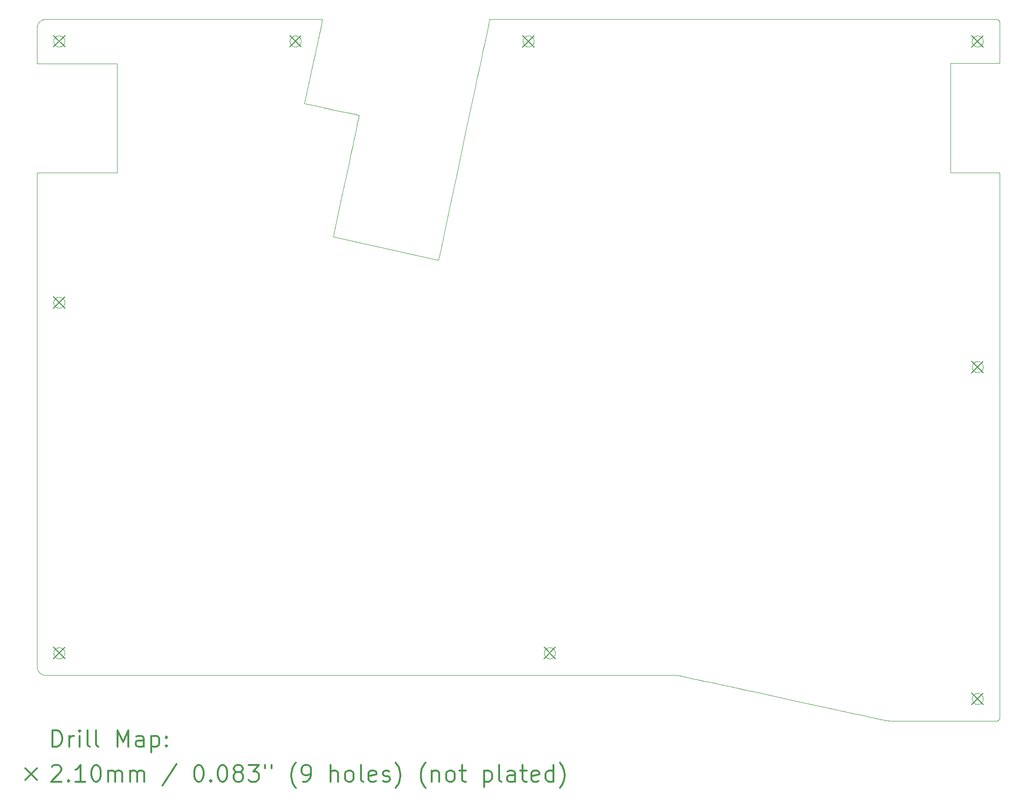
<source format=gbr>
%FSLAX45Y45*%
G04 Gerber Fmt 4.5, Leading zero omitted, Abs format (unit mm)*
G04 Created by KiCad (PCBNEW (5.1.5-0-10_14)) date 2020-05-14 05:30:06*
%MOMM*%
%LPD*%
G04 APERTURE LIST*
%TA.AperFunction,Profile*%
%ADD10C,0.050000*%
%TD*%
%ADD11C,0.200000*%
%ADD12C,0.300000*%
G04 APERTURE END LIST*
D10*
X11082966Y-2870049D02*
X11081083Y-2878906D01*
X11081083Y-2878906D02*
X11077481Y-2895855D01*
X11077481Y-2895855D02*
X11074694Y-2908967D01*
X11074694Y-2908967D02*
X11069959Y-2931240D01*
X11069959Y-2931240D02*
X11062554Y-2966078D01*
X11062554Y-2966078D02*
X11054049Y-3006090D01*
X11054049Y-3006090D02*
X11044541Y-3050820D01*
X11044541Y-3050820D02*
X11028705Y-3125318D01*
X11028705Y-3125318D02*
X11004832Y-3237622D01*
X11004832Y-3237622D02*
X10978689Y-3360604D01*
X10978689Y-3360604D02*
X10951051Y-3490619D01*
X10951051Y-3490619D02*
X10922692Y-3624025D01*
X10922692Y-3624025D02*
X10880344Y-3823238D01*
X10880344Y-3823238D02*
X10828593Y-4066683D01*
X10828593Y-4066683D02*
X10771088Y-4337197D01*
X10771088Y-4337197D02*
X10762240Y-4378818D01*
X11079757Y-2856655D02*
X11081718Y-2859747D01*
X11081718Y-2859747D02*
X11083001Y-2863552D01*
X11083001Y-2863552D02*
X11083215Y-2868521D01*
X11083215Y-2868521D02*
X11082966Y-2870049D01*
X11281272Y-6790480D02*
X13185383Y-7212145D01*
X23316783Y-3648339D02*
X22446494Y-3648339D01*
X22446494Y-5628845D02*
X23316783Y-5628845D01*
X5925310Y-14562406D02*
X5925310Y-5644847D01*
X5941312Y-3654113D02*
X5936912Y-3653498D01*
X5936912Y-3653498D02*
X5933378Y-3652011D01*
X5933378Y-3652011D02*
X5930439Y-3649861D01*
X5930439Y-3649861D02*
X5929992Y-3649431D01*
X5925310Y-5644847D02*
X5925924Y-5640451D01*
X5925924Y-5640451D02*
X5927420Y-5636899D01*
X5927420Y-5636899D02*
X5929562Y-5633974D01*
X5929562Y-5633974D02*
X5929992Y-5633527D01*
X5941312Y-5628845D02*
X7372271Y-5628845D01*
X22932904Y-3350719D02*
X22932904Y-3350719D01*
X13185383Y-7212145D02*
X13212511Y-7084292D01*
X13212511Y-7084292D02*
X13387054Y-6261683D01*
X13387054Y-6261683D02*
X13542530Y-5528932D01*
X13542530Y-5528932D02*
X13668287Y-4936245D01*
X13668287Y-4936245D02*
X13751640Y-4543405D01*
X13751640Y-4543405D02*
X13831938Y-4164962D01*
X13831938Y-4164962D02*
X13888444Y-3898647D01*
X13888444Y-3898647D02*
X13923993Y-3731107D01*
X13923993Y-3731107D02*
X13957392Y-3573696D01*
X13957392Y-3573696D02*
X13988334Y-3427866D01*
X13988334Y-3427866D02*
X14016511Y-3295068D01*
X14016511Y-3295068D02*
X14041614Y-3176752D01*
X14041614Y-3176752D02*
X14058127Y-3098925D01*
X14058127Y-3098925D02*
X14068086Y-3051990D01*
X14068086Y-3051990D02*
X14077102Y-3009491D01*
X14077102Y-3009491D02*
X14085139Y-2971612D01*
X14085139Y-2971612D02*
X14092158Y-2938532D01*
X14092158Y-2938532D02*
X14098120Y-2910433D01*
X14098120Y-2910433D02*
X14102986Y-2887497D01*
X14102986Y-2887497D02*
X14106718Y-2869904D01*
X14106718Y-2869904D02*
X14108097Y-2863403D01*
X11747235Y-4604048D02*
X11746204Y-4608885D01*
X11746204Y-4608885D02*
X11743685Y-4620702D01*
X11743685Y-4620702D02*
X11740635Y-4635016D01*
X11740635Y-4635016D02*
X11737071Y-4651739D01*
X11737071Y-4651739D02*
X11733011Y-4670784D01*
X11733011Y-4670784D02*
X11728476Y-4692066D01*
X11728476Y-4692066D02*
X11720873Y-4727739D01*
X11720873Y-4727739D02*
X11709164Y-4782679D01*
X11709164Y-4782679D02*
X11695881Y-4845006D01*
X11695881Y-4845006D02*
X11673479Y-4950123D01*
X11673479Y-4950123D02*
X11648064Y-5069378D01*
X11648064Y-5069378D02*
X11629960Y-5154324D01*
X11629960Y-5154324D02*
X11601360Y-5288524D01*
X11601360Y-5288524D02*
X11561022Y-5477804D01*
X11561022Y-5477804D02*
X11519404Y-5673086D01*
X11519404Y-5673086D02*
X11456954Y-5966122D01*
X11456954Y-5966122D02*
X11380214Y-6326212D01*
X11380214Y-6326212D02*
X11294521Y-6728311D01*
X11294521Y-6728311D02*
X11281272Y-6790480D01*
X23332785Y-3632337D02*
X23332172Y-3636730D01*
X23332172Y-3636730D02*
X23330669Y-3640282D01*
X23330669Y-3640282D02*
X23328535Y-3643185D01*
X23328535Y-3643185D02*
X23325854Y-3645511D01*
X23325854Y-3645511D02*
X23322568Y-3647256D01*
X23322568Y-3647256D02*
X23318539Y-3648243D01*
X23318539Y-3648243D02*
X23316783Y-3648339D01*
X23332785Y-2914719D02*
X23332785Y-3632337D01*
X10599147Y-3350719D02*
X10594231Y-3350601D01*
X10594231Y-3350601D02*
X10589456Y-3350257D01*
X10589456Y-3350257D02*
X10584902Y-3349716D01*
X10584902Y-3349716D02*
X10580604Y-3349010D01*
X10580604Y-3349010D02*
X10576332Y-3348116D01*
X10576332Y-3348116D02*
X10572241Y-3347074D01*
X10572241Y-3347074D02*
X10568237Y-3345872D01*
X10568237Y-3345872D02*
X10564198Y-3344470D01*
X10564198Y-3344470D02*
X10560591Y-3343050D01*
X10560591Y-3343050D02*
X10556881Y-3341416D01*
X10556881Y-3341416D02*
X10553472Y-3339751D01*
X10553472Y-3339751D02*
X10550136Y-3337963D01*
X10550136Y-3337963D02*
X10546909Y-3336074D01*
X10546909Y-3336074D02*
X10543824Y-3334111D01*
X10543824Y-3334111D02*
X10540725Y-3331974D01*
X10540725Y-3331974D02*
X10537830Y-3329817D01*
X10537830Y-3329817D02*
X10535018Y-3327560D01*
X10535018Y-3327560D02*
X10532318Y-3325230D01*
X10532318Y-3325230D02*
X10529690Y-3322794D01*
X10529690Y-3322794D02*
X10527098Y-3320213D01*
X10527098Y-3320213D02*
X10524664Y-3317609D01*
X10524664Y-3317609D02*
X10522276Y-3314862D01*
X10522276Y-3314862D02*
X10520010Y-3312058D01*
X10520010Y-3312058D02*
X10517845Y-3309172D01*
X10517845Y-3309172D02*
X10515699Y-3306081D01*
X10515699Y-3306081D02*
X10513668Y-3302908D01*
X10513668Y-3302908D02*
X10511810Y-3299753D01*
X10511810Y-3299753D02*
X10510031Y-3296458D01*
X10510031Y-3296458D02*
X10508358Y-3293057D01*
X10508358Y-3293057D02*
X10506649Y-3289197D01*
X10506649Y-3289197D02*
X10505233Y-3285613D01*
X10505233Y-3285613D02*
X10503929Y-3281889D01*
X10503929Y-3281889D02*
X10502737Y-3277989D01*
X10502737Y-3277989D02*
X10501703Y-3274022D01*
X10501703Y-3274022D02*
X10500805Y-3269879D01*
X10500805Y-3269879D02*
X10500070Y-3265595D01*
X10500070Y-3265595D02*
X10499506Y-3261133D01*
X10499506Y-3261133D02*
X10499129Y-3256412D01*
X10499129Y-3256412D02*
X10498972Y-3251471D01*
X10498972Y-3251471D02*
X10498969Y-3250702D01*
X14909552Y-3250702D02*
X14909432Y-3255653D01*
X14909432Y-3255653D02*
X14909090Y-3260384D01*
X14909090Y-3260384D02*
X14908554Y-3264895D01*
X14908554Y-3264895D02*
X14907835Y-3269265D01*
X14907835Y-3269265D02*
X14906965Y-3273418D01*
X14906965Y-3273418D02*
X14905935Y-3277469D01*
X14905935Y-3277469D02*
X14904719Y-3281524D01*
X14904719Y-3281524D02*
X14903419Y-3285290D01*
X14903419Y-3285290D02*
X14901960Y-3289022D01*
X14901960Y-3289022D02*
X14900437Y-3292506D01*
X14900437Y-3292506D02*
X14898787Y-3295919D01*
X14898787Y-3295919D02*
X14897014Y-3299259D01*
X14897014Y-3299259D02*
X14895120Y-3302522D01*
X14895120Y-3302522D02*
X14893129Y-3305673D01*
X14893129Y-3305673D02*
X14891069Y-3308683D01*
X14891069Y-3308683D02*
X14888927Y-3311582D01*
X14888927Y-3311582D02*
X14886685Y-3314400D01*
X14886685Y-3314400D02*
X14884345Y-3317134D01*
X14884345Y-3317134D02*
X14881703Y-3319997D01*
X14881703Y-3319997D02*
X14879209Y-3322508D01*
X14879209Y-3322508D02*
X14876544Y-3325005D01*
X14876544Y-3325005D02*
X14873604Y-3327560D01*
X14873604Y-3327560D02*
X14870802Y-3329817D01*
X14870802Y-3329817D02*
X14867676Y-3332149D01*
X14867676Y-3332149D02*
X14864692Y-3334204D01*
X14864692Y-3334204D02*
X14861568Y-3336191D01*
X14861568Y-3336191D02*
X14858285Y-3338111D01*
X14858285Y-3338111D02*
X14854959Y-3339889D01*
X14854959Y-3339889D02*
X14851284Y-3341671D01*
X14851284Y-3341671D02*
X14847774Y-3343203D01*
X14847774Y-3343203D02*
X14844125Y-3344629D01*
X14844125Y-3344629D02*
X14840117Y-3346007D01*
X14840117Y-3346007D02*
X14836257Y-3347156D01*
X14836257Y-3347156D02*
X14832240Y-3348173D01*
X14832240Y-3348173D02*
X14828085Y-3349039D01*
X14828085Y-3349039D02*
X14823695Y-3349755D01*
X14823695Y-3349755D02*
X14818811Y-3350316D01*
X14818811Y-3350316D02*
X14814059Y-3350629D01*
X14814059Y-3350629D02*
X14809815Y-3350719D01*
X11734908Y-4585066D02*
X11738626Y-4586350D01*
X11738626Y-4586350D02*
X11741678Y-4588304D01*
X11741678Y-4588304D02*
X11744174Y-4590845D01*
X11744174Y-4590845D02*
X11745000Y-4592000D01*
X14123761Y-2850720D02*
X23268777Y-2850720D01*
X14108097Y-2863403D02*
X14109403Y-2859666D01*
X14109403Y-2859666D02*
X14111372Y-2856610D01*
X14111372Y-2856610D02*
X14113935Y-2854104D01*
X14113935Y-2854104D02*
X14117093Y-2852180D01*
X14117093Y-2852180D02*
X14120926Y-2850972D01*
X14120926Y-2850972D02*
X14123761Y-2850720D01*
X23313989Y-2869465D02*
X23316454Y-2872068D01*
X23316454Y-2872068D02*
X23318795Y-2874835D01*
X23318795Y-2874835D02*
X23321024Y-2877798D01*
X23321024Y-2877798D02*
X23323036Y-2880818D01*
X23323036Y-2880818D02*
X23324893Y-2883982D01*
X23324893Y-2883982D02*
X23326605Y-2887330D01*
X23326605Y-2887330D02*
X23328133Y-2890810D01*
X23328133Y-2890810D02*
X23329487Y-2894478D01*
X23329487Y-2894478D02*
X23330644Y-2898338D01*
X23330644Y-2898338D02*
X23331586Y-2902415D01*
X23331586Y-2902415D02*
X23332288Y-2906778D01*
X23332288Y-2906778D02*
X23332698Y-2911397D01*
X23332698Y-2911397D02*
X23332785Y-2914719D01*
X23268777Y-2850720D02*
X23273629Y-2850904D01*
X23273629Y-2850904D02*
X23278158Y-2851414D01*
X23278158Y-2851414D02*
X23282538Y-2852222D01*
X23282538Y-2852222D02*
X23286629Y-2853269D01*
X23286629Y-2853269D02*
X23290452Y-2854516D01*
X23290452Y-2854516D02*
X23294088Y-2855956D01*
X23294088Y-2855956D02*
X23297609Y-2857605D01*
X23297609Y-2857605D02*
X23300954Y-2859424D01*
X23300954Y-2859424D02*
X23304172Y-2861430D01*
X23304172Y-2861430D02*
X23307138Y-2863526D01*
X23307138Y-2863526D02*
X23310085Y-2865875D01*
X23310085Y-2865875D02*
X23312741Y-2868252D01*
X23312741Y-2868252D02*
X23313989Y-2869465D01*
X14809815Y-3350719D02*
X14809815Y-3350719D01*
X10599147Y-3150719D02*
X10604071Y-3150839D01*
X10604071Y-3150839D02*
X10608738Y-3151177D01*
X10608738Y-3151177D02*
X10613480Y-3151747D01*
X10613480Y-3151747D02*
X10617809Y-3152472D01*
X10617809Y-3152472D02*
X10622018Y-3153369D01*
X10622018Y-3153369D02*
X10626049Y-3154410D01*
X10626049Y-3154410D02*
X10630013Y-3155613D01*
X10630013Y-3155613D02*
X10633907Y-3156975D01*
X10633907Y-3156975D02*
X10637551Y-3158418D01*
X10637551Y-3158418D02*
X10641192Y-3160031D01*
X10641192Y-3160031D02*
X10644589Y-3161698D01*
X10644589Y-3161698D02*
X10647912Y-3163487D01*
X10647912Y-3163487D02*
X10651127Y-3165378D01*
X10651127Y-3165378D02*
X10654202Y-3167342D01*
X10654202Y-3167342D02*
X10657200Y-3169415D01*
X10657200Y-3169415D02*
X10660177Y-3171638D01*
X10660177Y-3171638D02*
X10662981Y-3173896D01*
X10662981Y-3173896D02*
X10665702Y-3176252D01*
X10665702Y-3176252D02*
X10668659Y-3179015D01*
X10668659Y-3179015D02*
X10671192Y-3181570D01*
X10671192Y-3181570D02*
X10673634Y-3184213D01*
X10673634Y-3184213D02*
X10675980Y-3186944D01*
X10675980Y-3186944D02*
X10678206Y-3189728D01*
X10678206Y-3189728D02*
X10680377Y-3192654D01*
X10680377Y-3192654D02*
X10682433Y-3195644D01*
X10682433Y-3195644D02*
X10684441Y-3198807D01*
X10684441Y-3198807D02*
X10686287Y-3201967D01*
X10686287Y-3201967D02*
X10688053Y-3205266D01*
X10688053Y-3205266D02*
X10689715Y-3208672D01*
X10689715Y-3208672D02*
X10691294Y-3212254D01*
X10691294Y-3212254D02*
X10692762Y-3215979D01*
X10692762Y-3215979D02*
X10694071Y-3219739D01*
X10694071Y-3219739D02*
X10695244Y-3223601D01*
X10695244Y-3223601D02*
X10696280Y-3227604D01*
X10696280Y-3227604D02*
X10697184Y-3231822D01*
X10697184Y-3231822D02*
X10697919Y-3236182D01*
X10697919Y-3236182D02*
X10698475Y-3240721D01*
X10698475Y-3240721D02*
X10698834Y-3245480D01*
X10698834Y-3245480D02*
X10698968Y-3250460D01*
X10698968Y-3250460D02*
X10698969Y-3250702D01*
X10599147Y-3350719D02*
X10599147Y-3350719D01*
X22832743Y-15150670D02*
X22832862Y-15145773D01*
X22832862Y-15145773D02*
X22833221Y-15140857D01*
X22833221Y-15140857D02*
X22833771Y-15136320D01*
X22833771Y-15136320D02*
X22834500Y-15131961D01*
X22834500Y-15131961D02*
X22835397Y-15127743D01*
X22835397Y-15127743D02*
X22836440Y-15123704D01*
X22836440Y-15123704D02*
X22837633Y-15119768D01*
X22837633Y-15119768D02*
X22838956Y-15115973D01*
X22838956Y-15115973D02*
X22840470Y-15112144D01*
X22840470Y-15112144D02*
X22842007Y-15108668D01*
X22842007Y-15108668D02*
X22843672Y-15105262D01*
X22843672Y-15105262D02*
X22845469Y-15101913D01*
X22845469Y-15101913D02*
X22847368Y-15098674D01*
X22847368Y-15098674D02*
X22849395Y-15095498D01*
X22849395Y-15095498D02*
X22851449Y-15092526D01*
X22851449Y-15092526D02*
X22853629Y-15089603D01*
X22853629Y-15089603D02*
X22855960Y-15086705D01*
X22855960Y-15086705D02*
X22858320Y-15083981D01*
X22858320Y-15083981D02*
X22860880Y-15081235D01*
X22860880Y-15081235D02*
X22863647Y-15078483D01*
X22863647Y-15078483D02*
X22866492Y-15075864D01*
X22866492Y-15075864D02*
X22869263Y-15073498D01*
X22869263Y-15073498D02*
X22872208Y-15071163D01*
X22872208Y-15071163D02*
X22875150Y-15069003D01*
X22875150Y-15069003D02*
X22878329Y-15066846D01*
X22878329Y-15066846D02*
X22881432Y-15064905D01*
X22881432Y-15064905D02*
X22884710Y-15063022D01*
X22884710Y-15063022D02*
X22888063Y-15061260D01*
X22888063Y-15061260D02*
X22891489Y-15059622D01*
X22891489Y-15059622D02*
X22894985Y-15058111D01*
X22894985Y-15058111D02*
X22898639Y-15056698D01*
X22898639Y-15056698D02*
X22902470Y-15055391D01*
X22902470Y-15055391D02*
X22906349Y-15054240D01*
X22906349Y-15054240D02*
X22910407Y-15053218D01*
X22910407Y-15053218D02*
X22914642Y-15052341D01*
X22914642Y-15052341D02*
X22919293Y-15051596D01*
X22919293Y-15051596D02*
X22924011Y-15051068D01*
X22924011Y-15051068D02*
X22928954Y-15050755D01*
X22928954Y-15050755D02*
X22932904Y-15050679D01*
X22932904Y-15250746D02*
X22927832Y-15250620D01*
X22927832Y-15250620D02*
X22923102Y-15250272D01*
X22923102Y-15250272D02*
X22918610Y-15249733D01*
X22918610Y-15249733D02*
X22914181Y-15248999D01*
X22914181Y-15248999D02*
X22910028Y-15248122D01*
X22910028Y-15248122D02*
X22906033Y-15247101D01*
X22906033Y-15247101D02*
X22902030Y-15245899D01*
X22902030Y-15245899D02*
X22898261Y-15244596D01*
X22898261Y-15244596D02*
X22894597Y-15243163D01*
X22894597Y-15243163D02*
X22890936Y-15241560D01*
X22890936Y-15241560D02*
X22887521Y-15239904D01*
X22887521Y-15239904D02*
X22884097Y-15238077D01*
X22884097Y-15238077D02*
X22880916Y-15236222D01*
X22880916Y-15236222D02*
X22877605Y-15234119D01*
X22877605Y-15234119D02*
X22874537Y-15232002D01*
X22874537Y-15232002D02*
X22871612Y-15229822D01*
X22871612Y-15229822D02*
X22868713Y-15227491D01*
X22868713Y-15227491D02*
X22865960Y-15225106D01*
X22865960Y-15225106D02*
X22863323Y-15222650D01*
X22863323Y-15222650D02*
X22860775Y-15220102D01*
X22860775Y-15220102D02*
X22858320Y-15217464D01*
X22858320Y-15217464D02*
X22855985Y-15214767D01*
X22855985Y-15214767D02*
X22853722Y-15211959D01*
X22853722Y-15211959D02*
X22851526Y-15209022D01*
X22851526Y-15209022D02*
X22849479Y-15206068D01*
X22849479Y-15206068D02*
X22847447Y-15202892D01*
X22847447Y-15202892D02*
X22845589Y-15199735D01*
X22845589Y-15199735D02*
X22843810Y-15196439D01*
X22843810Y-15196439D02*
X22842136Y-15193035D01*
X22842136Y-15193035D02*
X22840470Y-15189280D01*
X22840470Y-15189280D02*
X22839010Y-15185588D01*
X22839010Y-15185588D02*
X22837693Y-15181826D01*
X22837693Y-15181826D02*
X22836513Y-15177961D01*
X22836513Y-15177961D02*
X22835478Y-15173993D01*
X22835478Y-15173993D02*
X22834581Y-15169849D01*
X22834581Y-15169849D02*
X22833839Y-15165525D01*
X22833839Y-15165525D02*
X22833269Y-15160983D01*
X22833269Y-15160983D02*
X22832886Y-15156061D01*
X22832886Y-15156061D02*
X22832744Y-15151074D01*
X22832744Y-15151074D02*
X22832743Y-15150670D01*
X7372271Y-3654113D02*
X5941312Y-3654113D01*
X11067320Y-2850720D02*
X11067320Y-2850720D01*
X23032726Y-15150670D02*
X23032606Y-15155621D01*
X23032606Y-15155621D02*
X23032264Y-15160352D01*
X23032264Y-15160352D02*
X23031728Y-15164864D01*
X23031728Y-15164864D02*
X23030929Y-15169657D01*
X23030929Y-15169657D02*
X23030041Y-15173805D01*
X23030041Y-15173805D02*
X23028995Y-15177850D01*
X23028995Y-15177850D02*
X23027822Y-15181717D01*
X23027822Y-15181717D02*
X23026526Y-15185445D01*
X23026526Y-15185445D02*
X23025015Y-15189280D01*
X23025015Y-15189280D02*
X23023434Y-15192863D01*
X23023434Y-15192863D02*
X23021753Y-15196304D01*
X23021753Y-15196304D02*
X23019992Y-15199587D01*
X23019992Y-15199587D02*
X23018134Y-15202763D01*
X23018134Y-15202763D02*
X23016112Y-15205942D01*
X23016112Y-15205942D02*
X23014064Y-15208915D01*
X23014064Y-15208915D02*
X23011820Y-15211929D01*
X23011820Y-15211929D02*
X23009565Y-15214739D01*
X23009565Y-15214739D02*
X23007149Y-15217534D01*
X23007149Y-15217534D02*
X23004686Y-15220183D01*
X23004686Y-15220183D02*
X23002116Y-15222754D01*
X23002116Y-15222754D02*
X22999483Y-15225206D01*
X22999483Y-15225206D02*
X22996763Y-15227563D01*
X22996763Y-15227563D02*
X22993944Y-15229833D01*
X22993944Y-15229833D02*
X22991044Y-15232002D01*
X22991044Y-15232002D02*
X22988080Y-15234057D01*
X22988080Y-15234057D02*
X22984943Y-15236064D01*
X22984943Y-15236064D02*
X22981794Y-15237920D01*
X22981794Y-15237920D02*
X22978507Y-15239696D01*
X22978507Y-15239696D02*
X22974975Y-15241432D01*
X22974975Y-15241432D02*
X22971508Y-15242972D01*
X22971508Y-15242972D02*
X22967831Y-15244436D01*
X22967831Y-15244436D02*
X22964084Y-15245756D01*
X22964084Y-15245756D02*
X22960123Y-15246971D01*
X22960123Y-15246971D02*
X22956095Y-15248024D01*
X22956095Y-15248024D02*
X22951888Y-15248933D01*
X22951888Y-15248933D02*
X22947541Y-15249674D01*
X22947541Y-15249674D02*
X22943055Y-15250233D01*
X22943055Y-15250233D02*
X22938311Y-15250601D01*
X22938311Y-15250601D02*
X22933347Y-15250745D01*
X22933347Y-15250745D02*
X22932904Y-15250746D01*
X22932904Y-15050679D02*
X22937793Y-15050797D01*
X22937793Y-15050797D02*
X22942544Y-15051141D01*
X22942544Y-15051141D02*
X22947037Y-15051678D01*
X22947037Y-15051678D02*
X22951410Y-15052402D01*
X22951410Y-15052402D02*
X22955605Y-15053288D01*
X22955605Y-15053288D02*
X22959919Y-15054400D01*
X22959919Y-15054400D02*
X22963793Y-15055579D01*
X22963793Y-15055579D02*
X22967545Y-15056890D01*
X22967545Y-15056890D02*
X22971228Y-15058344D01*
X22971228Y-15058344D02*
X22974701Y-15059875D01*
X22974701Y-15059875D02*
X22978069Y-15061516D01*
X22978069Y-15061516D02*
X22981433Y-15063315D01*
X22981433Y-15063315D02*
X22984686Y-15065218D01*
X22984686Y-15065218D02*
X22987861Y-15067239D01*
X22987861Y-15067239D02*
X22990953Y-15069374D01*
X22990953Y-15069374D02*
X22993841Y-15071529D01*
X22993841Y-15071529D02*
X22996878Y-15073977D01*
X22996878Y-15073977D02*
X22999594Y-15076339D01*
X22999594Y-15076339D02*
X23002197Y-15078769D01*
X23002197Y-15078769D02*
X23004971Y-15081560D01*
X23004971Y-15081560D02*
X23007386Y-15084176D01*
X23007386Y-15084176D02*
X23009756Y-15086936D01*
X23009756Y-15086936D02*
X23011981Y-15089722D01*
X23011981Y-15089722D02*
X23014238Y-15092770D01*
X23014238Y-15092770D02*
X23016299Y-15095780D01*
X23016299Y-15095780D02*
X23018291Y-15098932D01*
X23018291Y-15098932D02*
X23020130Y-15102095D01*
X23020130Y-15102095D02*
X23021890Y-15105397D01*
X23021890Y-15105397D02*
X23023657Y-15109047D01*
X23023657Y-15109047D02*
X23025248Y-15112706D01*
X23025248Y-15112706D02*
X23026684Y-15116403D01*
X23026684Y-15116403D02*
X23028057Y-15120425D01*
X23028057Y-15120425D02*
X23029201Y-15124298D01*
X23029201Y-15124298D02*
X23030217Y-15128347D01*
X23030217Y-15128347D02*
X23031083Y-15132555D01*
X23031083Y-15132555D02*
X23031788Y-15136942D01*
X23031788Y-15136942D02*
X23032308Y-15141488D01*
X23032308Y-15141488D02*
X23032629Y-15146252D01*
X23032629Y-15146252D02*
X23032726Y-15150670D01*
X7372271Y-5628845D02*
X7372271Y-3654113D01*
X6085304Y-2850720D02*
X11067320Y-2850720D01*
X5925310Y-3010723D02*
X5925385Y-3005757D01*
X5925385Y-3005757D02*
X5925606Y-3000893D01*
X5925606Y-3000893D02*
X5925960Y-2996194D01*
X5925960Y-2996194D02*
X5926433Y-2991660D01*
X5926433Y-2991660D02*
X5927031Y-2987163D01*
X5927031Y-2987163D02*
X5927748Y-2982738D01*
X5927748Y-2982738D02*
X5928585Y-2978355D01*
X5928585Y-2978355D02*
X5929498Y-2974195D01*
X5929498Y-2974195D02*
X5930502Y-2970137D01*
X5930502Y-2970137D02*
X5931686Y-2965854D01*
X5931686Y-2965854D02*
X5932910Y-2961853D01*
X5932910Y-2961853D02*
X5934234Y-2957898D01*
X5934234Y-2957898D02*
X5935637Y-2954047D01*
X5935637Y-2954047D02*
X5937250Y-2949961D01*
X5937250Y-2949961D02*
X5938799Y-2946319D01*
X5938799Y-2946319D02*
X5940384Y-2942834D01*
X5940384Y-2942834D02*
X5942021Y-2939449D01*
X5942021Y-2939449D02*
X5943777Y-2936028D01*
X5943777Y-2936028D02*
X5945584Y-2932709D01*
X5945584Y-2932709D02*
X5947496Y-2929385D01*
X5947496Y-2929385D02*
X5949389Y-2926266D01*
X5949389Y-2926266D02*
X5951368Y-2923169D01*
X5951368Y-2923169D02*
X5953381Y-2920170D01*
X5953381Y-2920170D02*
X5955494Y-2917170D01*
X5955494Y-2917170D02*
X5957692Y-2914198D01*
X5957692Y-2914198D02*
X5959919Y-2911326D01*
X5959919Y-2911326D02*
X5962190Y-2908530D01*
X5962190Y-2908530D02*
X5964522Y-2905786D01*
X5964522Y-2905786D02*
X5967056Y-2902941D01*
X5967056Y-2902941D02*
X5969573Y-2900243D01*
X5969573Y-2900243D02*
X5972045Y-2897711D01*
X5972045Y-2897711D02*
X5974615Y-2895192D01*
X5974615Y-2895192D02*
X5977241Y-2892731D01*
X5977241Y-2892731D02*
X5979922Y-2890328D01*
X5979922Y-2890328D02*
X5982887Y-2887793D01*
X5982887Y-2887793D02*
X5985726Y-2885480D01*
X5985726Y-2885480D02*
X5988571Y-2883266D01*
X5988571Y-2883266D02*
X5991466Y-2881116D01*
X5991466Y-2881116D02*
X5994757Y-2878791D01*
X5994757Y-2878791D02*
X5997756Y-2876778D01*
X5997756Y-2876778D02*
X6000853Y-2874800D01*
X6000853Y-2874800D02*
X6003972Y-2872907D01*
X6003972Y-2872907D02*
X6007190Y-2871053D01*
X6007190Y-2871053D02*
X6010482Y-2869259D01*
X6010482Y-2869259D02*
X6014036Y-2867431D01*
X6014036Y-2867431D02*
X6017421Y-2865794D01*
X6017421Y-2865794D02*
X6020905Y-2864210D01*
X6020905Y-2864210D02*
X6024434Y-2862707D01*
X6024434Y-2862707D02*
X6028290Y-2861178D01*
X6028290Y-2861178D02*
X6032050Y-2859797D01*
X6032050Y-2859797D02*
X6035796Y-2858527D01*
X6035796Y-2858527D02*
X6039670Y-2857322D01*
X6039670Y-2857322D02*
X6043706Y-2856181D01*
X6043706Y-2856181D02*
X6047784Y-2855144D01*
X6047784Y-2855144D02*
X6051963Y-2854199D01*
X6051963Y-2854199D02*
X6056307Y-2853341D01*
X6056307Y-2853341D02*
X6060815Y-2852582D01*
X6060815Y-2852582D02*
X6065240Y-2851966D01*
X6065240Y-2851966D02*
X6069829Y-2851458D01*
X6069829Y-2851458D02*
X6074456Y-2851082D01*
X6074456Y-2851082D02*
X6079312Y-2850830D01*
X6079312Y-2850830D02*
X6084334Y-2850722D01*
X6084334Y-2850722D02*
X6085304Y-2850720D01*
X6325487Y-3350719D02*
X6320571Y-3350601D01*
X6320571Y-3350601D02*
X6315796Y-3350257D01*
X6315796Y-3350257D02*
X6311242Y-3349716D01*
X6311242Y-3349716D02*
X6306944Y-3349010D01*
X6306944Y-3349010D02*
X6302672Y-3348116D01*
X6302672Y-3348116D02*
X6298581Y-3347074D01*
X6298581Y-3347074D02*
X6294577Y-3345872D01*
X6294577Y-3345872D02*
X6290538Y-3344470D01*
X6290538Y-3344470D02*
X6286931Y-3343050D01*
X6286931Y-3343050D02*
X6283221Y-3341416D01*
X6283221Y-3341416D02*
X6279812Y-3339751D01*
X6279812Y-3339751D02*
X6276476Y-3337963D01*
X6276476Y-3337963D02*
X6273249Y-3336074D01*
X6273249Y-3336074D02*
X6270164Y-3334111D01*
X6270164Y-3334111D02*
X6267064Y-3331974D01*
X6267064Y-3331974D02*
X6264170Y-3329817D01*
X6264170Y-3329817D02*
X6261358Y-3327560D01*
X6261358Y-3327560D02*
X6258658Y-3325230D01*
X6258658Y-3325230D02*
X6256029Y-3322794D01*
X6256029Y-3322794D02*
X6253438Y-3320213D01*
X6253438Y-3320213D02*
X6251004Y-3317609D01*
X6251004Y-3317609D02*
X6248616Y-3314862D01*
X6248616Y-3314862D02*
X6246350Y-3312058D01*
X6246350Y-3312058D02*
X6244185Y-3309172D01*
X6244185Y-3309172D02*
X6242039Y-3306081D01*
X6242039Y-3306081D02*
X6240008Y-3302908D01*
X6240008Y-3302908D02*
X6238150Y-3299753D01*
X6238150Y-3299753D02*
X6236371Y-3296458D01*
X6236371Y-3296458D02*
X6234698Y-3293057D01*
X6234698Y-3293057D02*
X6232989Y-3289197D01*
X6232989Y-3289197D02*
X6231573Y-3285613D01*
X6231573Y-3285613D02*
X6230269Y-3281889D01*
X6230269Y-3281889D02*
X6229077Y-3277989D01*
X6229077Y-3277989D02*
X6228042Y-3274022D01*
X6228042Y-3274022D02*
X6227145Y-3269879D01*
X6227145Y-3269879D02*
X6226410Y-3265595D01*
X6226410Y-3265595D02*
X6225846Y-3261133D01*
X6225846Y-3261133D02*
X6225469Y-3256412D01*
X6225469Y-3256412D02*
X6225312Y-3251471D01*
X6225312Y-3251471D02*
X6225309Y-3250702D01*
X22932904Y-9244865D02*
X22932904Y-9244865D01*
X6425309Y-7977786D02*
X6425188Y-7982737D01*
X6425188Y-7982737D02*
X6424846Y-7987468D01*
X6424846Y-7987468D02*
X6424309Y-7991979D01*
X6424309Y-7991979D02*
X6423589Y-7996349D01*
X6423589Y-7996349D02*
X6422718Y-8000502D01*
X6422718Y-8000502D02*
X6421687Y-8004552D01*
X6421687Y-8004552D02*
X6420505Y-8008498D01*
X6420505Y-8008498D02*
X6419207Y-8012266D01*
X6419207Y-8012266D02*
X6417765Y-8015965D01*
X6417765Y-8015965D02*
X6416230Y-8019486D01*
X6416230Y-8019486D02*
X6414582Y-8022901D01*
X6414582Y-8022901D02*
X6412608Y-8026606D01*
X6412608Y-8026606D02*
X6410624Y-8029992D01*
X6410624Y-8029992D02*
X6408596Y-8033165D01*
X6408596Y-8033165D02*
X6406542Y-8036134D01*
X6406542Y-8036134D02*
X6404385Y-8039023D01*
X6404385Y-8039023D02*
X6402128Y-8041830D01*
X6402128Y-8041830D02*
X6399761Y-8044567D01*
X6399761Y-8044567D02*
X6397325Y-8047189D01*
X6397325Y-8047189D02*
X6394783Y-8049735D01*
X6394783Y-8049735D02*
X6392153Y-8052189D01*
X6392153Y-8052189D02*
X6389436Y-8054548D01*
X6389436Y-8054548D02*
X6386650Y-8056797D01*
X6386650Y-8056797D02*
X6383783Y-8058948D01*
X6383783Y-8058948D02*
X6380792Y-8061028D01*
X6380792Y-8061028D02*
X6377611Y-8063069D01*
X6377611Y-8063069D02*
X6374416Y-8064954D01*
X6374416Y-8064954D02*
X6370912Y-8066844D01*
X6370912Y-8066844D02*
X6367532Y-8068500D01*
X6367532Y-8068500D02*
X6364031Y-8070053D01*
X6364031Y-8070053D02*
X6360371Y-8071507D01*
X6360371Y-8071507D02*
X6356389Y-8072902D01*
X6356389Y-8072902D02*
X6352536Y-8074075D01*
X6352536Y-8074075D02*
X6348357Y-8075156D01*
X6348357Y-8075156D02*
X6344092Y-8076062D01*
X6344092Y-8076062D02*
X6339762Y-8076783D01*
X6339762Y-8076783D02*
X6335097Y-8077343D01*
X6335097Y-8077343D02*
X6330211Y-8077692D01*
X6330211Y-8077692D02*
X6325487Y-8077803D01*
X6325487Y-7877803D02*
X6330410Y-7877923D01*
X6330410Y-7877923D02*
X6335078Y-7878261D01*
X6335078Y-7878261D02*
X6339820Y-7878831D01*
X6339820Y-7878831D02*
X6344149Y-7879556D01*
X6344149Y-7879556D02*
X6348357Y-7880453D01*
X6348357Y-7880453D02*
X6352388Y-7881493D01*
X6352388Y-7881493D02*
X6356353Y-7882697D01*
X6356353Y-7882697D02*
X6360247Y-7884059D01*
X6360247Y-7884059D02*
X6363891Y-7885502D01*
X6363891Y-7885502D02*
X6367532Y-7887115D01*
X6367532Y-7887115D02*
X6370929Y-7888782D01*
X6370929Y-7888782D02*
X6374252Y-7890571D01*
X6374252Y-7890571D02*
X6377467Y-7892462D01*
X6377467Y-7892462D02*
X6380542Y-7894426D01*
X6380542Y-7894426D02*
X6383540Y-7896499D01*
X6383540Y-7896499D02*
X6386517Y-7898722D01*
X6386517Y-7898722D02*
X6389321Y-7900980D01*
X6389321Y-7900980D02*
X6392042Y-7903336D01*
X6392042Y-7903336D02*
X6394999Y-7906099D01*
X6394999Y-7906099D02*
X6397532Y-7908654D01*
X6397532Y-7908654D02*
X6399973Y-7911297D01*
X6399973Y-7911297D02*
X6402320Y-7914028D01*
X6402320Y-7914028D02*
X6404546Y-7916812D01*
X6404546Y-7916812D02*
X6406717Y-7919738D01*
X6406717Y-7919738D02*
X6408773Y-7922728D01*
X6408773Y-7922728D02*
X6410781Y-7925891D01*
X6410781Y-7925891D02*
X6412627Y-7929051D01*
X6412627Y-7929051D02*
X6414393Y-7932350D01*
X6414393Y-7932350D02*
X6416055Y-7935756D01*
X6416055Y-7935756D02*
X6417634Y-7939338D01*
X6417634Y-7939338D02*
X6419101Y-7943063D01*
X6419101Y-7943063D02*
X6420411Y-7946823D01*
X6420411Y-7946823D02*
X6421583Y-7950685D01*
X6421583Y-7950685D02*
X6422620Y-7954688D01*
X6422620Y-7954688D02*
X6423524Y-7958906D01*
X6423524Y-7958906D02*
X6424259Y-7963266D01*
X6424259Y-7963266D02*
X6424815Y-7967805D01*
X6424815Y-7967805D02*
X6425174Y-7972564D01*
X6425174Y-7972564D02*
X6425308Y-7977543D01*
X6425308Y-7977543D02*
X6425309Y-7977786D01*
X6225309Y-7977786D02*
X6225426Y-7972903D01*
X6225426Y-7972903D02*
X6225771Y-7968120D01*
X6225771Y-7968120D02*
X6226308Y-7963616D01*
X6226308Y-7963616D02*
X6227028Y-7959251D01*
X6227028Y-7959251D02*
X6227918Y-7955027D01*
X6227918Y-7955027D02*
X6228952Y-7950982D01*
X6228952Y-7950982D02*
X6230150Y-7947005D01*
X6230150Y-7947005D02*
X6231466Y-7943206D01*
X6231466Y-7943206D02*
X6233033Y-7939233D01*
X6233033Y-7939233D02*
X6234569Y-7935756D01*
X6234569Y-7935756D02*
X6236233Y-7932350D01*
X6236233Y-7932350D02*
X6238020Y-7929018D01*
X6238020Y-7929018D02*
X6239870Y-7925859D01*
X6239870Y-7925859D02*
X6241955Y-7922587D01*
X6241955Y-7922587D02*
X6244009Y-7919615D01*
X6244009Y-7919615D02*
X6246166Y-7916723D01*
X6246166Y-7916723D02*
X6248519Y-7913797D01*
X6248519Y-7913797D02*
X6250879Y-7911074D01*
X6250879Y-7911074D02*
X6253307Y-7908464D01*
X6253307Y-7908464D02*
X6255881Y-7905891D01*
X6255881Y-7905891D02*
X6258518Y-7903436D01*
X6258518Y-7903436D02*
X6261213Y-7901100D01*
X6261213Y-7901100D02*
X6264378Y-7898561D01*
X6264378Y-7898561D02*
X6267555Y-7896215D01*
X6267555Y-7896215D02*
X6270541Y-7894178D01*
X6270541Y-7894178D02*
X6273830Y-7892110D01*
X6273830Y-7892110D02*
X6277137Y-7890204D01*
X6277137Y-7890204D02*
X6280454Y-7888455D01*
X6280454Y-7888455D02*
X6283912Y-7886797D01*
X6283912Y-7886797D02*
X6287548Y-7885226D01*
X6287548Y-7885226D02*
X6291257Y-7883795D01*
X6291257Y-7883795D02*
X6295035Y-7882508D01*
X6295035Y-7882508D02*
X6299028Y-7881329D01*
X6299028Y-7881329D02*
X6303051Y-7880321D01*
X6303051Y-7880321D02*
X6307252Y-7879456D01*
X6307252Y-7879456D02*
X6311866Y-7878720D01*
X6311866Y-7878720D02*
X6316390Y-7878210D01*
X6316390Y-7878210D02*
X6321112Y-7877896D01*
X6321112Y-7877896D02*
X6325487Y-7877803D01*
X6325487Y-8077803D02*
X6320571Y-8077684D01*
X6320571Y-8077684D02*
X6315796Y-8077341D01*
X6315796Y-8077341D02*
X6311242Y-8076800D01*
X6311242Y-8076800D02*
X6306944Y-8076094D01*
X6306944Y-8076094D02*
X6302672Y-8075200D01*
X6302672Y-8075200D02*
X6298581Y-8074158D01*
X6298581Y-8074158D02*
X6294577Y-8072956D01*
X6294577Y-8072956D02*
X6290538Y-8071554D01*
X6290538Y-8071554D02*
X6286931Y-8070134D01*
X6286931Y-8070134D02*
X6283221Y-8068500D01*
X6283221Y-8068500D02*
X6279812Y-8066835D01*
X6279812Y-8066835D02*
X6276476Y-8065047D01*
X6276476Y-8065047D02*
X6273249Y-8063157D01*
X6273249Y-8063157D02*
X6270164Y-8061194D01*
X6270164Y-8061194D02*
X6267064Y-8059058D01*
X6267064Y-8059058D02*
X6264170Y-8056901D01*
X6264170Y-8056901D02*
X6261358Y-8054644D01*
X6261358Y-8054644D02*
X6258658Y-8052314D01*
X6258658Y-8052314D02*
X6256029Y-8049878D01*
X6256029Y-8049878D02*
X6253438Y-8047297D01*
X6253438Y-8047297D02*
X6251004Y-8044693D01*
X6251004Y-8044693D02*
X6248616Y-8041945D01*
X6248616Y-8041945D02*
X6246350Y-8039141D01*
X6246350Y-8039141D02*
X6244185Y-8036256D01*
X6244185Y-8036256D02*
X6242039Y-8033165D01*
X6242039Y-8033165D02*
X6240008Y-8029992D01*
X6240008Y-8029992D02*
X6238150Y-8026837D01*
X6238150Y-8026837D02*
X6236371Y-8023542D01*
X6236371Y-8023542D02*
X6234698Y-8020140D01*
X6234698Y-8020140D02*
X6232989Y-8016281D01*
X6232989Y-8016281D02*
X6231573Y-8012697D01*
X6231573Y-8012697D02*
X6230269Y-8008973D01*
X6230269Y-8008973D02*
X6229077Y-8005073D01*
X6229077Y-8005073D02*
X6228042Y-8001106D01*
X6228042Y-8001106D02*
X6227145Y-7996963D01*
X6227145Y-7996963D02*
X6226410Y-7992679D01*
X6226410Y-7992679D02*
X6225846Y-7988217D01*
X6225846Y-7988217D02*
X6225469Y-7983496D01*
X6225469Y-7983496D02*
X6225312Y-7978554D01*
X6225312Y-7978554D02*
X6225309Y-7977786D01*
X15195810Y-14422452D02*
X15195810Y-14422452D01*
X23032726Y-9144848D02*
X23032606Y-9149799D01*
X23032606Y-9149799D02*
X23032264Y-9154530D01*
X23032264Y-9154530D02*
X23031728Y-9159041D01*
X23031728Y-9159041D02*
X23031009Y-9163411D01*
X23031009Y-9163411D02*
X23030138Y-9167564D01*
X23030138Y-9167564D02*
X23029109Y-9171615D01*
X23029109Y-9171615D02*
X23027893Y-9175671D01*
X23027893Y-9175671D02*
X23026592Y-9179436D01*
X23026592Y-9179436D02*
X23025132Y-9183168D01*
X23025132Y-9183168D02*
X23023609Y-9186652D01*
X23023609Y-9186652D02*
X23021959Y-9190065D01*
X23021959Y-9190065D02*
X23020185Y-9193405D01*
X23020185Y-9193405D02*
X23018291Y-9196668D01*
X23018291Y-9196668D02*
X23016299Y-9199820D01*
X23016299Y-9199820D02*
X23014238Y-9202829D01*
X23014238Y-9202829D02*
X23012095Y-9205729D01*
X23012095Y-9205729D02*
X23009565Y-9208893D01*
X23009565Y-9208893D02*
X23007212Y-9211616D01*
X23007212Y-9211616D02*
X23004660Y-9214360D01*
X23004660Y-9214360D02*
X23002116Y-9216902D01*
X23002116Y-9216902D02*
X22999483Y-9219352D01*
X22999483Y-9219352D02*
X22996417Y-9221994D01*
X22996417Y-9221994D02*
X22993603Y-9224239D01*
X22993603Y-9224239D02*
X22990632Y-9226437D01*
X22990632Y-9226437D02*
X22987232Y-9228753D01*
X22987232Y-9228753D02*
X22984042Y-9230747D01*
X22984042Y-9230747D02*
X22980806Y-9232604D01*
X22980806Y-9232604D02*
X22977428Y-9234376D01*
X22977428Y-9234376D02*
X22974012Y-9236006D01*
X22974012Y-9236006D02*
X22970384Y-9237566D01*
X22970384Y-9237566D02*
X22966685Y-9238984D01*
X22966685Y-9238984D02*
X22962771Y-9240304D01*
X22962771Y-9240304D02*
X22958787Y-9241464D01*
X22958787Y-9241464D02*
X22954775Y-9242452D01*
X22954775Y-9242452D02*
X22950472Y-9243318D01*
X22950472Y-9243318D02*
X22945988Y-9244012D01*
X22945988Y-9244012D02*
X22941401Y-9244507D01*
X22941401Y-9244507D02*
X22936676Y-9244795D01*
X22936676Y-9244795D02*
X22932904Y-9244865D01*
X22932904Y-9044866D02*
X22937793Y-9044984D01*
X22937793Y-9044984D02*
X22942544Y-9045327D01*
X22942544Y-9045327D02*
X22947076Y-9045869D01*
X22947076Y-9045869D02*
X22951410Y-9046586D01*
X22951410Y-9046586D02*
X22955605Y-9047471D01*
X22955605Y-9047471D02*
X22959827Y-9048556D01*
X22959827Y-9048556D02*
X22963938Y-9049807D01*
X22963938Y-9049807D02*
X22967688Y-9051121D01*
X22967688Y-9051121D02*
X22971333Y-9052565D01*
X22971333Y-9052565D02*
X22974975Y-9054178D01*
X22974975Y-9054178D02*
X22978372Y-9055844D01*
X22978372Y-9055844D02*
X22981696Y-9057634D01*
X22981696Y-9057634D02*
X22984911Y-9059524D01*
X22984911Y-9059524D02*
X22987986Y-9061489D01*
X22987986Y-9061489D02*
X22990983Y-9063561D01*
X22990983Y-9063561D02*
X22993959Y-9065784D01*
X22993959Y-9065784D02*
X22996763Y-9068042D01*
X22996763Y-9068042D02*
X22999706Y-9070599D01*
X22999706Y-9070599D02*
X23002331Y-9073057D01*
X23002331Y-9073057D02*
X23004867Y-9075608D01*
X23004867Y-9075608D02*
X23007411Y-9078360D01*
X23007411Y-9078360D02*
X23010019Y-9081408D01*
X23010019Y-9081408D02*
X23012278Y-9084262D01*
X23012278Y-9084262D02*
X23014412Y-9087167D01*
X23014412Y-9087167D02*
X23016444Y-9090152D01*
X23016444Y-9090152D02*
X23018447Y-9093340D01*
X23018447Y-9093340D02*
X23020332Y-9096609D01*
X23020332Y-9096609D02*
X23022146Y-9100054D01*
X23022146Y-9100054D02*
X23023799Y-9103508D01*
X23023799Y-9103508D02*
X23025364Y-9107140D01*
X23025364Y-9107140D02*
X23026788Y-9110843D01*
X23026788Y-9110843D02*
X23028057Y-9114579D01*
X23028057Y-9114579D02*
X23029201Y-9118454D01*
X23029201Y-9118454D02*
X23030217Y-9122505D01*
X23030217Y-9122505D02*
X23031094Y-9126774D01*
X23031094Y-9126774D02*
X23031804Y-9131223D01*
X23031804Y-9131223D02*
X23032322Y-9135814D01*
X23032322Y-9135814D02*
X23032635Y-9140545D01*
X23032635Y-9140545D02*
X23032726Y-9144848D01*
X22832743Y-9144848D02*
X22832860Y-9139965D01*
X22832860Y-9139965D02*
X22833206Y-9135182D01*
X22833206Y-9135182D02*
X22833743Y-9130678D01*
X22833743Y-9130678D02*
X22834463Y-9126313D01*
X22834463Y-9126313D02*
X22835353Y-9122090D01*
X22835353Y-9122090D02*
X22836388Y-9118045D01*
X22836388Y-9118045D02*
X22837586Y-9114067D01*
X22837586Y-9114067D02*
X22838903Y-9110269D01*
X22838903Y-9110269D02*
X22840470Y-9106295D01*
X22840470Y-9106295D02*
X22842007Y-9102818D01*
X22842007Y-9102818D02*
X22843672Y-9099413D01*
X22843672Y-9099413D02*
X22845469Y-9096064D01*
X22845469Y-9096064D02*
X22847368Y-9092825D01*
X22847368Y-9092825D02*
X22849395Y-9089649D01*
X22849395Y-9089649D02*
X22851449Y-9086678D01*
X22851449Y-9086678D02*
X22853606Y-9083785D01*
X22853606Y-9083785D02*
X22855960Y-9080859D01*
X22855960Y-9080859D02*
X22858320Y-9078136D01*
X22858320Y-9078136D02*
X22860775Y-9075500D01*
X22860775Y-9075500D02*
X22863323Y-9072953D01*
X22863323Y-9072953D02*
X22865960Y-9070498D01*
X22865960Y-9070498D02*
X22868655Y-9068163D01*
X22868655Y-9068163D02*
X22871820Y-9065624D01*
X22871820Y-9065624D02*
X22874996Y-9063277D01*
X22874996Y-9063277D02*
X22877982Y-9061240D01*
X22877982Y-9061240D02*
X22881174Y-9059230D01*
X22881174Y-9059230D02*
X22884395Y-9057366D01*
X22884395Y-9057366D02*
X22887758Y-9055586D01*
X22887758Y-9055586D02*
X22891350Y-9053860D01*
X22891350Y-9053860D02*
X22894985Y-9052288D01*
X22894985Y-9052288D02*
X22898639Y-9050877D01*
X22898639Y-9050877D02*
X22902470Y-9049571D01*
X22902470Y-9049571D02*
X22906349Y-9048422D01*
X22906349Y-9048422D02*
X22910407Y-9047401D01*
X22910407Y-9047401D02*
X22914604Y-9046533D01*
X22914604Y-9046533D02*
X22918981Y-9045825D01*
X22918981Y-9045825D02*
X22923537Y-9045297D01*
X22923537Y-9045297D02*
X22928312Y-9044969D01*
X22928312Y-9044969D02*
X22932904Y-9044866D01*
X22932904Y-9244865D02*
X22927832Y-9244739D01*
X22927832Y-9244739D02*
X22923062Y-9244388D01*
X22923062Y-9244388D02*
X22918552Y-9243846D01*
X22918552Y-9243846D02*
X22914181Y-9243121D01*
X22914181Y-9243121D02*
X22910028Y-9242245D01*
X22910028Y-9242245D02*
X22906014Y-9241220D01*
X22906014Y-9241220D02*
X22902030Y-9240024D01*
X22902030Y-9240024D02*
X22898118Y-9238669D01*
X22898118Y-9238669D02*
X22894404Y-9237211D01*
X22894404Y-9237211D02*
X22890798Y-9235626D01*
X22890798Y-9235626D02*
X22887251Y-9233898D01*
X22887251Y-9233898D02*
X22883949Y-9232128D01*
X22883949Y-9232128D02*
X22880787Y-9230279D01*
X22880787Y-9230279D02*
X22877605Y-9228257D01*
X22877605Y-9228257D02*
X22874506Y-9226120D01*
X22874506Y-9226120D02*
X22871612Y-9223964D01*
X22871612Y-9223964D02*
X22868799Y-9221707D01*
X22868799Y-9221707D02*
X22866099Y-9219377D01*
X22866099Y-9219377D02*
X22863471Y-9216941D01*
X22863471Y-9216941D02*
X22860880Y-9214360D01*
X22860880Y-9214360D02*
X22858446Y-9211755D01*
X22858446Y-9211755D02*
X22856057Y-9209008D01*
X22856057Y-9209008D02*
X22853791Y-9206204D01*
X22853791Y-9206204D02*
X22851625Y-9203318D01*
X22851625Y-9203318D02*
X22849395Y-9200102D01*
X22849395Y-9200102D02*
X22847368Y-9196926D01*
X22847368Y-9196926D02*
X22845459Y-9193669D01*
X22845459Y-9193669D02*
X22843672Y-9190335D01*
X22843672Y-9190335D02*
X22842007Y-9186928D01*
X22842007Y-9186928D02*
X22840426Y-9183344D01*
X22840426Y-9183344D02*
X22839010Y-9179759D01*
X22839010Y-9179759D02*
X22837705Y-9176036D01*
X22837705Y-9176036D02*
X22836513Y-9172135D01*
X22836513Y-9172135D02*
X22835478Y-9168169D01*
X22835478Y-9168169D02*
X22834581Y-9164025D01*
X22834581Y-9164025D02*
X22833845Y-9159741D01*
X22833845Y-9159741D02*
X22833281Y-9155280D01*
X22833281Y-9155280D02*
X22832903Y-9150559D01*
X22832903Y-9150559D02*
X22832746Y-9145617D01*
X22832746Y-9145617D02*
X22832743Y-9144848D01*
X5929992Y-5633527D02*
X5932780Y-5631304D01*
X5932780Y-5631304D02*
X5936328Y-5629638D01*
X5936328Y-5629638D02*
X5940591Y-5628861D01*
X5940591Y-5628861D02*
X5941312Y-5628845D01*
X6325487Y-14422452D02*
X6325487Y-14422452D01*
X15295632Y-14322376D02*
X15295511Y-14327327D01*
X15295511Y-14327327D02*
X15295169Y-14332058D01*
X15295169Y-14332058D02*
X15294632Y-14336570D01*
X15294632Y-14336570D02*
X15293883Y-14341095D01*
X15293883Y-14341095D02*
X15292991Y-14345303D01*
X15292991Y-14345303D02*
X15291936Y-14349407D01*
X15291936Y-14349407D02*
X15290767Y-14353277D01*
X15290767Y-14353277D02*
X15289462Y-14357043D01*
X15289462Y-14357043D02*
X15288027Y-14360704D01*
X15288027Y-14360704D02*
X15286438Y-14364328D01*
X15286438Y-14364328D02*
X15284781Y-14367740D01*
X15284781Y-14367740D02*
X15282991Y-14371095D01*
X15282991Y-14371095D02*
X15281020Y-14374469D01*
X15281020Y-14374469D02*
X15278996Y-14377648D01*
X15278996Y-14377648D02*
X15276946Y-14380621D01*
X15276946Y-14380621D02*
X15274724Y-14383605D01*
X15274724Y-14383605D02*
X15272443Y-14386445D01*
X15272443Y-14386445D02*
X15270088Y-14389170D01*
X15270088Y-14389170D02*
X15267665Y-14391781D01*
X15267665Y-14391781D02*
X15264990Y-14394460D01*
X15264990Y-14394460D02*
X15262397Y-14396874D01*
X15262397Y-14396874D02*
X15259634Y-14399269D01*
X15259634Y-14399269D02*
X15256815Y-14401539D01*
X15256815Y-14401539D02*
X15253913Y-14403708D01*
X15253913Y-14403708D02*
X15250948Y-14405763D01*
X15250948Y-14405763D02*
X15247812Y-14407770D01*
X15247812Y-14407770D02*
X15244663Y-14409626D01*
X15244663Y-14409626D02*
X15241375Y-14411402D01*
X15241375Y-14411402D02*
X15237982Y-14413074D01*
X15237982Y-14413074D02*
X15234413Y-14414663D01*
X15234413Y-14414663D02*
X15230702Y-14416142D01*
X15230702Y-14416142D02*
X15226703Y-14417546D01*
X15226703Y-14417546D02*
X15222851Y-14418719D01*
X15222851Y-14418719D02*
X15218673Y-14419802D01*
X15218673Y-14419802D02*
X15214427Y-14420705D01*
X15214427Y-14420705D02*
X15210080Y-14421431D01*
X15210080Y-14421431D02*
X15205594Y-14421974D01*
X15205594Y-14421974D02*
X15200851Y-14422326D01*
X15200851Y-14422326D02*
X15195890Y-14422452D01*
X15195890Y-14422452D02*
X15195810Y-14422452D01*
X15195810Y-14222385D02*
X15200692Y-14222503D01*
X15200692Y-14222503D02*
X15205397Y-14222842D01*
X15205397Y-14222842D02*
X15210138Y-14223413D01*
X15210138Y-14223413D02*
X15214427Y-14224130D01*
X15214427Y-14224130D02*
X15218767Y-14225056D01*
X15218767Y-14225056D02*
X15222851Y-14226116D01*
X15222851Y-14226116D02*
X15226812Y-14227325D01*
X15226812Y-14227325D02*
X15230560Y-14228639D01*
X15230560Y-14228639D02*
X15234203Y-14230083D01*
X15234203Y-14230083D02*
X15237845Y-14231695D01*
X15237845Y-14231695D02*
X15241241Y-14233362D01*
X15241241Y-14233362D02*
X15244564Y-14235151D01*
X15244564Y-14235151D02*
X15247779Y-14237042D01*
X15247779Y-14237042D02*
X15250854Y-14239006D01*
X15250854Y-14239006D02*
X15253852Y-14241078D01*
X15253852Y-14241078D02*
X15256830Y-14243302D01*
X15256830Y-14243302D02*
X15259634Y-14245560D01*
X15259634Y-14245560D02*
X15262355Y-14247915D01*
X15262355Y-14247915D02*
X15265313Y-14250679D01*
X15265313Y-14250679D02*
X15267846Y-14253233D01*
X15267846Y-14253233D02*
X15270288Y-14255877D01*
X15270288Y-14255877D02*
X15272635Y-14258607D01*
X15272635Y-14258607D02*
X15274861Y-14261392D01*
X15274861Y-14261392D02*
X15277033Y-14264317D01*
X15277033Y-14264317D02*
X15279080Y-14267292D01*
X15279080Y-14267292D02*
X15281099Y-14270471D01*
X15281099Y-14270471D02*
X15282945Y-14273631D01*
X15282945Y-14273631D02*
X15284712Y-14276931D01*
X15284712Y-14276931D02*
X15286374Y-14280337D01*
X15286374Y-14280337D02*
X15287954Y-14283919D01*
X15287954Y-14283919D02*
X15289422Y-14287645D01*
X15289422Y-14287645D02*
X15290732Y-14291405D01*
X15290732Y-14291405D02*
X15291905Y-14295268D01*
X15291905Y-14295268D02*
X15292942Y-14299272D01*
X15292942Y-14299272D02*
X15293846Y-14303491D01*
X15293846Y-14303491D02*
X15294582Y-14307852D01*
X15294582Y-14307852D02*
X15295134Y-14312352D01*
X15295134Y-14312352D02*
X15295506Y-14317312D01*
X15295506Y-14317312D02*
X15295632Y-14322335D01*
X15295632Y-14322335D02*
X15295632Y-14322376D01*
X15095649Y-14322376D02*
X15095766Y-14317491D01*
X15095766Y-14317491D02*
X15096111Y-14312707D01*
X15096111Y-14312707D02*
X15096669Y-14308046D01*
X15096669Y-14308046D02*
X15097395Y-14303682D01*
X15097395Y-14303682D02*
X15098272Y-14299536D01*
X15098272Y-14299536D02*
X15099309Y-14295491D01*
X15099309Y-14295491D02*
X15100484Y-14291587D01*
X15100484Y-14291587D02*
X15101800Y-14287788D01*
X15101800Y-14287788D02*
X15103247Y-14284095D01*
X15103247Y-14284095D02*
X15104772Y-14280613D01*
X15104772Y-14280613D02*
X15106493Y-14277066D01*
X15106493Y-14277066D02*
X15108274Y-14273730D01*
X15108274Y-14273730D02*
X15110117Y-14270568D01*
X15110117Y-14270568D02*
X15112279Y-14267166D01*
X15112279Y-14267166D02*
X15114331Y-14264195D01*
X15114331Y-14264195D02*
X15116556Y-14261213D01*
X15116556Y-14261213D02*
X15119104Y-14258060D01*
X15119104Y-14258060D02*
X15121498Y-14255319D01*
X15121498Y-14255319D02*
X15123937Y-14252720D01*
X15123937Y-14252720D02*
X15126521Y-14250158D01*
X15126521Y-14250158D02*
X15129168Y-14247715D01*
X15129168Y-14247715D02*
X15131873Y-14245392D01*
X15131873Y-14245392D02*
X15134720Y-14243118D01*
X15134720Y-14243118D02*
X15137865Y-14240794D01*
X15137865Y-14240794D02*
X15140851Y-14238757D01*
X15140851Y-14238757D02*
X15144042Y-14236748D01*
X15144042Y-14236748D02*
X15147263Y-14234884D01*
X15147263Y-14234884D02*
X15150626Y-14233104D01*
X15150626Y-14233104D02*
X15154220Y-14231377D01*
X15154220Y-14231377D02*
X15157856Y-14229806D01*
X15157856Y-14229806D02*
X15161565Y-14228375D01*
X15161565Y-14228375D02*
X15165344Y-14227089D01*
X15165344Y-14227089D02*
X15169301Y-14225920D01*
X15169301Y-14225920D02*
X15173362Y-14224902D01*
X15173362Y-14224902D02*
X15177526Y-14224044D01*
X15177526Y-14224044D02*
X15181907Y-14223338D01*
X15181907Y-14223338D02*
X15186430Y-14222816D01*
X15186430Y-14222816D02*
X15191212Y-14222488D01*
X15191212Y-14222488D02*
X15195810Y-14222385D01*
X15195810Y-14422452D02*
X15190891Y-14422333D01*
X15190891Y-14422333D02*
X15186212Y-14421999D01*
X15186212Y-14421999D02*
X15181673Y-14421464D01*
X15181673Y-14421464D02*
X15177372Y-14420763D01*
X15177372Y-14420763D02*
X15172983Y-14419846D01*
X15172983Y-14419846D02*
X15168946Y-14418818D01*
X15168946Y-14418818D02*
X15164886Y-14417599D01*
X15164886Y-14417599D02*
X15161133Y-14416302D01*
X15161133Y-14416302D02*
X15157468Y-14414869D01*
X15157468Y-14414869D02*
X15153943Y-14413330D01*
X15153943Y-14413330D02*
X15150525Y-14411678D01*
X15150525Y-14411678D02*
X15146966Y-14409783D01*
X15146966Y-14409783D02*
X15143784Y-14407928D01*
X15143784Y-14407928D02*
X15140505Y-14405846D01*
X15140505Y-14405846D02*
X15137375Y-14403687D01*
X15137375Y-14403687D02*
X15134482Y-14401528D01*
X15134482Y-14401528D02*
X15131584Y-14399197D01*
X15131584Y-14399197D02*
X15128832Y-14396812D01*
X15128832Y-14396812D02*
X15126196Y-14394356D01*
X15126196Y-14394356D02*
X15123676Y-14391835D01*
X15123676Y-14391835D02*
X15121197Y-14389170D01*
X15121197Y-14389170D02*
X15118839Y-14386445D01*
X15118839Y-14386445D02*
X15116602Y-14383665D01*
X15116602Y-14383665D02*
X15114419Y-14380744D01*
X15114419Y-14380744D02*
X15112279Y-14377648D01*
X15112279Y-14377648D02*
X15110274Y-14374501D01*
X15110274Y-14374501D02*
X15108422Y-14371342D01*
X15108422Y-14371342D02*
X15106631Y-14368010D01*
X15106631Y-14368010D02*
X15104980Y-14364638D01*
X15104980Y-14364638D02*
X15103424Y-14361126D01*
X15103424Y-14361126D02*
X15101993Y-14357527D01*
X15101993Y-14357527D02*
X15100687Y-14353824D01*
X15100687Y-14353824D02*
X15099497Y-14349964D01*
X15099497Y-14349964D02*
X15098452Y-14346001D01*
X15098452Y-14346001D02*
X15097544Y-14341861D01*
X15097544Y-14341861D02*
X15096796Y-14337581D01*
X15096796Y-14337581D02*
X15096219Y-14333123D01*
X15096219Y-14333123D02*
X15095828Y-14328406D01*
X15095828Y-14328406D02*
X15095655Y-14323467D01*
X15095655Y-14323467D02*
X15095649Y-14322376D01*
X22932904Y-15250746D02*
X22932904Y-15250746D01*
X6425309Y-14322376D02*
X6425188Y-14327327D01*
X6425188Y-14327327D02*
X6424846Y-14332058D01*
X6424846Y-14332058D02*
X6424309Y-14336570D01*
X6424309Y-14336570D02*
X6423531Y-14341248D01*
X6423531Y-14341248D02*
X6422593Y-14345624D01*
X6422593Y-14345624D02*
X6421541Y-14349667D01*
X6421541Y-14349667D02*
X6420279Y-14353788D01*
X6420279Y-14353788D02*
X6418954Y-14357545D01*
X6418954Y-14357545D02*
X6417531Y-14361126D01*
X6417531Y-14361126D02*
X6415975Y-14364638D01*
X6415975Y-14364638D02*
X6414133Y-14368380D01*
X6414133Y-14368380D02*
X6412311Y-14371737D01*
X6412311Y-14371737D02*
X6410387Y-14374983D01*
X6410387Y-14374983D02*
X6408345Y-14378149D01*
X6408345Y-14378149D02*
X6406101Y-14381353D01*
X6406101Y-14381353D02*
X6403760Y-14384433D01*
X6403760Y-14384433D02*
X6401451Y-14387248D01*
X6401451Y-14387248D02*
X6399056Y-14389962D01*
X6399056Y-14389962D02*
X6396619Y-14392533D01*
X6396619Y-14392533D02*
X6394025Y-14395082D01*
X6394025Y-14395082D02*
X6391369Y-14397510D01*
X6391369Y-14397510D02*
X6388396Y-14400033D01*
X6388396Y-14400033D02*
X6385564Y-14402259D01*
X6385564Y-14402259D02*
X6382652Y-14404383D01*
X6382652Y-14404383D02*
X6379568Y-14406465D01*
X6379568Y-14406465D02*
X6376080Y-14408626D01*
X6376080Y-14408626D02*
X6372849Y-14410457D01*
X6372849Y-14410457D02*
X6369443Y-14412220D01*
X6369443Y-14412220D02*
X6365599Y-14414016D01*
X6365599Y-14414016D02*
X6362006Y-14415519D01*
X6362006Y-14415519D02*
X6358345Y-14416883D01*
X6358345Y-14416883D02*
X6354453Y-14418157D01*
X6354453Y-14418157D02*
X6350456Y-14419283D01*
X6350456Y-14419283D02*
X6346375Y-14420248D01*
X6346375Y-14420248D02*
X6342117Y-14421063D01*
X6342117Y-14421063D02*
X6337662Y-14421711D01*
X6337662Y-14421711D02*
X6333107Y-14422163D01*
X6333107Y-14422163D02*
X6328136Y-14422417D01*
X6328136Y-14422417D02*
X6325487Y-14422452D01*
X6325487Y-14222385D02*
X6330410Y-14222505D01*
X6330410Y-14222505D02*
X6335078Y-14222842D01*
X6335078Y-14222842D02*
X6339820Y-14223413D01*
X6339820Y-14223413D02*
X6344149Y-14224137D01*
X6344149Y-14224137D02*
X6348451Y-14225056D01*
X6348451Y-14225056D02*
X6352536Y-14226116D01*
X6352536Y-14226116D02*
X6356498Y-14227325D01*
X6356498Y-14227325D02*
X6360247Y-14228639D01*
X6360247Y-14228639D02*
X6363891Y-14230083D01*
X6363891Y-14230083D02*
X6367532Y-14231695D01*
X6367532Y-14231695D02*
X6370929Y-14233362D01*
X6370929Y-14233362D02*
X6374252Y-14235151D01*
X6374252Y-14235151D02*
X6377467Y-14237042D01*
X6377467Y-14237042D02*
X6380542Y-14239006D01*
X6380542Y-14239006D02*
X6383540Y-14241078D01*
X6383540Y-14241078D02*
X6386517Y-14243302D01*
X6386517Y-14243302D02*
X6389321Y-14245560D01*
X6389321Y-14245560D02*
X6392042Y-14247915D01*
X6392042Y-14247915D02*
X6394999Y-14250679D01*
X6394999Y-14250679D02*
X6397532Y-14253233D01*
X6397532Y-14253233D02*
X6399973Y-14255877D01*
X6399973Y-14255877D02*
X6402320Y-14258607D01*
X6402320Y-14258607D02*
X6404546Y-14261392D01*
X6404546Y-14261392D02*
X6406717Y-14264317D01*
X6406717Y-14264317D02*
X6408773Y-14267307D01*
X6408773Y-14267307D02*
X6410781Y-14270471D01*
X6410781Y-14270471D02*
X6412627Y-14273631D01*
X6412627Y-14273631D02*
X6414393Y-14276931D01*
X6414393Y-14276931D02*
X6416055Y-14280337D01*
X6416055Y-14280337D02*
X6417634Y-14283919D01*
X6417634Y-14283919D02*
X6419101Y-14287645D01*
X6419101Y-14287645D02*
X6420411Y-14291405D01*
X6420411Y-14291405D02*
X6421583Y-14295268D01*
X6421583Y-14295268D02*
X6422620Y-14299272D01*
X6422620Y-14299272D02*
X6423524Y-14303491D01*
X6423524Y-14303491D02*
X6424259Y-14307852D01*
X6424259Y-14307852D02*
X6424811Y-14312352D01*
X6424811Y-14312352D02*
X6425182Y-14317312D01*
X6425182Y-14317312D02*
X6425308Y-14322335D01*
X6425308Y-14322335D02*
X6425309Y-14322376D01*
X6225309Y-14322376D02*
X6225426Y-14317491D01*
X6225426Y-14317491D02*
X6225771Y-14312707D01*
X6225771Y-14312707D02*
X6226313Y-14308163D01*
X6226313Y-14308163D02*
X6227057Y-14303682D01*
X6227057Y-14303682D02*
X6227935Y-14299536D01*
X6227935Y-14299536D02*
X6228973Y-14295491D01*
X6228973Y-14295491D02*
X6230150Y-14291587D01*
X6230150Y-14291587D02*
X6231466Y-14287788D01*
X6231466Y-14287788D02*
X6233033Y-14283814D01*
X6233033Y-14283814D02*
X6234569Y-14280337D01*
X6234569Y-14280337D02*
X6236233Y-14276931D01*
X6236233Y-14276931D02*
X6238020Y-14273598D01*
X6238020Y-14273598D02*
X6239870Y-14270439D01*
X6239870Y-14270439D02*
X6241955Y-14267166D01*
X6241955Y-14267166D02*
X6244009Y-14264195D01*
X6244009Y-14264195D02*
X6246166Y-14261302D01*
X6246166Y-14261302D02*
X6248519Y-14258376D01*
X6248519Y-14258376D02*
X6250879Y-14255653D01*
X6250879Y-14255653D02*
X6253307Y-14253044D01*
X6253307Y-14253044D02*
X6255881Y-14250470D01*
X6255881Y-14250470D02*
X6258518Y-14248015D01*
X6258518Y-14248015D02*
X6261213Y-14245680D01*
X6261213Y-14245680D02*
X6264378Y-14243141D01*
X6264378Y-14243141D02*
X6267555Y-14240794D01*
X6267555Y-14240794D02*
X6270541Y-14238757D01*
X6270541Y-14238757D02*
X6273830Y-14236689D01*
X6273830Y-14236689D02*
X6277137Y-14234783D01*
X6277137Y-14234783D02*
X6280454Y-14233035D01*
X6280454Y-14233035D02*
X6283912Y-14231377D01*
X6283912Y-14231377D02*
X6287548Y-14229806D01*
X6287548Y-14229806D02*
X6291257Y-14228375D01*
X6291257Y-14228375D02*
X6295035Y-14227089D01*
X6295035Y-14227089D02*
X6299028Y-14225910D01*
X6299028Y-14225910D02*
X6303051Y-14224902D01*
X6303051Y-14224902D02*
X6307252Y-14224037D01*
X6307252Y-14224037D02*
X6311866Y-14223301D01*
X6311866Y-14223301D02*
X6316390Y-14222791D01*
X6316390Y-14222791D02*
X6321112Y-14222478D01*
X6321112Y-14222478D02*
X6325487Y-14222385D01*
X6325487Y-14422452D02*
X6320571Y-14422333D01*
X6320571Y-14422333D02*
X6315796Y-14421990D01*
X6315796Y-14421990D02*
X6311242Y-14421448D01*
X6311242Y-14421448D02*
X6306944Y-14420741D01*
X6306944Y-14420741D02*
X6302786Y-14419872D01*
X6302786Y-14419872D02*
X6298637Y-14418818D01*
X6298637Y-14418818D02*
X6294577Y-14417599D01*
X6294577Y-14417599D02*
X6290825Y-14416302D01*
X6290825Y-14416302D02*
X6287160Y-14414869D01*
X6287160Y-14414869D02*
X6283635Y-14413330D01*
X6283635Y-14413330D02*
X6280217Y-14411678D01*
X6280217Y-14411678D02*
X6276657Y-14409783D01*
X6276657Y-14409783D02*
X6273475Y-14407928D01*
X6273475Y-14407928D02*
X6270289Y-14405908D01*
X6270289Y-14405908D02*
X6267279Y-14403840D01*
X6267279Y-14403840D02*
X6264289Y-14401620D01*
X6264289Y-14401620D02*
X6261473Y-14399365D01*
X6261473Y-14399365D02*
X6258658Y-14396937D01*
X6258658Y-14396937D02*
X6256029Y-14394499D01*
X6256029Y-14394499D02*
X6253516Y-14391997D01*
X6253516Y-14391997D02*
X6251004Y-14389309D01*
X6251004Y-14389309D02*
X6248604Y-14386545D01*
X6248604Y-14386545D02*
X6246350Y-14383754D01*
X6246350Y-14383754D02*
X6244207Y-14380896D01*
X6244207Y-14380896D02*
X6241955Y-14377648D01*
X6241955Y-14377648D02*
X6239948Y-14374501D01*
X6239948Y-14374501D02*
X6237974Y-14371128D01*
X6237974Y-14371128D02*
X6236164Y-14367740D01*
X6236164Y-14367740D02*
X6234378Y-14364052D01*
X6234378Y-14364052D02*
X6232857Y-14360563D01*
X6232857Y-14360563D02*
X6231427Y-14356899D01*
X6231427Y-14356899D02*
X6230114Y-14353094D01*
X6230114Y-14353094D02*
X6228957Y-14349240D01*
X6228957Y-14349240D02*
X6227927Y-14345208D01*
X6227927Y-14345208D02*
X6227050Y-14341056D01*
X6227050Y-14341056D02*
X6226336Y-14336764D01*
X6226336Y-14336764D02*
X6225790Y-14332255D01*
X6225790Y-14332255D02*
X6225435Y-14327447D01*
X6225435Y-14327447D02*
X6225309Y-14322376D01*
X5972173Y-14675521D02*
X5969633Y-14672926D01*
X5969633Y-14672926D02*
X5967190Y-14670314D01*
X5967190Y-14670314D02*
X5964791Y-14667630D01*
X5964791Y-14667630D02*
X5962447Y-14664886D01*
X5962447Y-14664886D02*
X5960189Y-14662119D01*
X5960189Y-14662119D02*
X5957912Y-14659196D01*
X5957912Y-14659196D02*
X5955780Y-14656324D01*
X5955780Y-14656324D02*
X5953497Y-14653094D01*
X5953497Y-14653094D02*
X5951348Y-14649889D01*
X5951348Y-14649889D02*
X5949343Y-14646741D01*
X5949343Y-14646741D02*
X5947414Y-14643549D01*
X5947414Y-14643549D02*
X5945532Y-14640262D01*
X5945532Y-14640262D02*
X5943722Y-14636921D01*
X5943722Y-14636921D02*
X5942007Y-14633566D01*
X5942007Y-14633566D02*
X5940288Y-14629993D01*
X5940288Y-14629993D02*
X5938585Y-14626212D01*
X5938585Y-14626212D02*
X5937095Y-14622671D01*
X5937095Y-14622671D02*
X5935647Y-14618981D01*
X5935647Y-14618981D02*
X5934312Y-14615313D01*
X5934312Y-14615313D02*
X5933018Y-14611467D01*
X5933018Y-14611467D02*
X5931702Y-14607178D01*
X5931702Y-14607178D02*
X5930611Y-14603249D01*
X5930611Y-14603249D02*
X5929577Y-14599112D01*
X5929577Y-14599112D02*
X5928669Y-14595020D01*
X5928669Y-14595020D02*
X5927840Y-14590750D01*
X5927840Y-14590750D02*
X5927127Y-14586452D01*
X5927127Y-14586452D02*
X5926485Y-14581764D01*
X5926485Y-14581764D02*
X5925992Y-14577172D01*
X5925992Y-14577172D02*
X5925622Y-14572404D01*
X5925622Y-14572404D02*
X5925390Y-14567492D01*
X5925390Y-14567492D02*
X5925310Y-14562530D01*
X5925310Y-14562530D02*
X5925310Y-14562406D01*
X14809815Y-3150719D02*
X14815015Y-3150853D01*
X14815015Y-3150853D02*
X14819754Y-3151212D01*
X14819754Y-3151212D02*
X14824237Y-3151762D01*
X14824237Y-3151762D02*
X14828582Y-3152495D01*
X14828582Y-3152495D02*
X14832767Y-3153391D01*
X14832767Y-3153391D02*
X14836738Y-3154420D01*
X14836738Y-3154420D02*
X14840663Y-3155613D01*
X14840663Y-3155613D02*
X14844411Y-3156922D01*
X14844411Y-3156922D02*
X14848090Y-3158374D01*
X14848090Y-3158374D02*
X14851697Y-3159967D01*
X14851697Y-3159967D02*
X14855110Y-3161637D01*
X14855110Y-3161637D02*
X14858778Y-3163617D01*
X14858778Y-3163617D02*
X14862049Y-3165556D01*
X14862049Y-3165556D02*
X14865208Y-3167593D01*
X14865208Y-3167593D02*
X14868163Y-3169656D01*
X14868163Y-3169656D02*
X14871127Y-3171892D01*
X14871127Y-3171892D02*
X14873948Y-3174185D01*
X14873948Y-3174185D02*
X14876656Y-3176553D01*
X14876656Y-3176553D02*
X14879276Y-3179015D01*
X14879276Y-3179015D02*
X14881975Y-3181746D01*
X14881975Y-3181746D02*
X14884445Y-3184438D01*
X14884445Y-3184438D02*
X14886781Y-3187175D01*
X14886781Y-3187175D02*
X14889019Y-3189996D01*
X14889019Y-3189996D02*
X14891157Y-3192899D01*
X14891157Y-3192899D02*
X14893191Y-3195879D01*
X14893191Y-3195879D02*
X14895198Y-3199065D01*
X14895198Y-3199065D02*
X14897087Y-3202330D01*
X14897087Y-3202330D02*
X14898855Y-3205671D01*
X14898855Y-3205671D02*
X14900484Y-3209051D01*
X14900484Y-3209051D02*
X14902018Y-3212570D01*
X14902018Y-3212570D02*
X14903458Y-3216266D01*
X14903458Y-3216266D02*
X14904849Y-3220323D01*
X14904849Y-3220323D02*
X14906027Y-3224307D01*
X14906027Y-3224307D02*
X14907043Y-3228359D01*
X14907043Y-3228359D02*
X14907920Y-3232628D01*
X14907920Y-3232628D02*
X14908630Y-3237077D01*
X14908630Y-3237077D02*
X14909148Y-3241668D01*
X14909148Y-3241668D02*
X14909461Y-3246399D01*
X14909461Y-3246399D02*
X14909552Y-3250702D01*
X14709569Y-3250702D02*
X14709686Y-3245819D01*
X14709686Y-3245819D02*
X14710032Y-3241036D01*
X14710032Y-3241036D02*
X14710569Y-3236532D01*
X14710569Y-3236532D02*
X14711290Y-3232167D01*
X14711290Y-3232167D02*
X14712179Y-3227943D01*
X14712179Y-3227943D02*
X14713214Y-3223898D01*
X14713214Y-3223898D02*
X14714377Y-3220031D01*
X14714377Y-3220031D02*
X14715671Y-3216284D01*
X14715671Y-3216284D02*
X14717078Y-3212676D01*
X14717078Y-3212676D02*
X14718596Y-3209189D01*
X14718596Y-3209189D02*
X14720225Y-3205806D01*
X14720225Y-3205806D02*
X14721994Y-3202462D01*
X14721994Y-3202462D02*
X14723865Y-3199226D01*
X14723865Y-3199226D02*
X14725811Y-3196131D01*
X14725811Y-3196131D02*
X14727844Y-3193144D01*
X14727844Y-3193144D02*
X14729981Y-3190235D01*
X14729981Y-3190235D02*
X14732290Y-3187320D01*
X14732290Y-3187320D02*
X14734655Y-3184550D01*
X14734655Y-3184550D02*
X14737091Y-3181895D01*
X14737091Y-3181895D02*
X14739621Y-3179330D01*
X14739621Y-3179330D02*
X14742242Y-3176856D01*
X14742242Y-3176856D02*
X14745179Y-3174282D01*
X14745179Y-3174282D02*
X14748098Y-3171915D01*
X14748098Y-3171915D02*
X14750954Y-3169767D01*
X14750954Y-3169767D02*
X14754044Y-3167614D01*
X14754044Y-3167614D02*
X14757089Y-3165655D01*
X14757089Y-3165655D02*
X14760373Y-3163710D01*
X14760373Y-3163710D02*
X14763668Y-3161923D01*
X14763668Y-3161923D02*
X14767122Y-3160217D01*
X14767122Y-3160217D02*
X14770580Y-3158670D01*
X14770580Y-3158670D02*
X14774410Y-3157136D01*
X14774410Y-3157136D02*
X14778170Y-3155805D01*
X14778170Y-3155805D02*
X14782145Y-3154578D01*
X14782145Y-3154578D02*
X14786151Y-3153522D01*
X14786151Y-3153522D02*
X14790413Y-3152591D01*
X14790413Y-3152591D02*
X14794682Y-3151851D01*
X14794682Y-3151851D02*
X14799169Y-3151276D01*
X14799169Y-3151276D02*
X14803935Y-3150888D01*
X14803935Y-3150888D02*
X14808802Y-3150724D01*
X14808802Y-3150724D02*
X14809815Y-3150719D01*
X14809815Y-3350719D02*
X14804896Y-3350601D01*
X14804896Y-3350601D02*
X14800216Y-3350267D01*
X14800216Y-3350267D02*
X14795715Y-3349738D01*
X14795715Y-3349738D02*
X14791354Y-3349028D01*
X14791354Y-3349028D02*
X14787097Y-3348142D01*
X14787097Y-3348142D02*
X14783038Y-3347115D01*
X14783038Y-3347115D02*
X14779047Y-3345925D01*
X14779047Y-3345925D02*
X14775128Y-3344576D01*
X14775128Y-3344576D02*
X14771284Y-3343072D01*
X14771284Y-3343072D02*
X14767795Y-3341544D01*
X14767795Y-3341544D02*
X14764242Y-3339820D01*
X14764242Y-3339820D02*
X14760900Y-3338037D01*
X14760900Y-3338037D02*
X14757539Y-3336074D01*
X14757539Y-3336074D02*
X14754452Y-3334111D01*
X14754452Y-3334111D02*
X14751473Y-3332061D01*
X14751473Y-3332061D02*
X14748499Y-3329851D01*
X14748499Y-3329851D02*
X14745525Y-3327464D01*
X14745525Y-3327464D02*
X14742799Y-3325105D01*
X14742799Y-3325105D02*
X14740187Y-3322678D01*
X14740187Y-3322678D02*
X14737507Y-3319997D01*
X14737507Y-3319997D02*
X14735054Y-3317358D01*
X14735054Y-3317358D02*
X14732434Y-3314313D01*
X14732434Y-3314313D02*
X14730163Y-3311463D01*
X14730163Y-3311463D02*
X14728018Y-3308560D01*
X14728018Y-3308560D02*
X14725976Y-3305579D01*
X14725976Y-3305579D02*
X14724021Y-3302489D01*
X14724021Y-3302489D02*
X14722012Y-3299027D01*
X14722012Y-3299027D02*
X14720225Y-3295648D01*
X14720225Y-3295648D02*
X14718588Y-3292247D01*
X14718588Y-3292247D02*
X14717064Y-3288740D01*
X14717064Y-3288740D02*
X14715572Y-3284895D01*
X14715572Y-3284895D02*
X14714248Y-3281012D01*
X14714248Y-3281012D02*
X14713076Y-3277040D01*
X14713076Y-3277040D02*
X14712075Y-3273040D01*
X14712075Y-3273040D02*
X14711211Y-3268842D01*
X14711211Y-3268842D02*
X14710509Y-3264466D01*
X14710509Y-3264466D02*
X14709991Y-3259949D01*
X14709991Y-3259949D02*
X14709670Y-3255233D01*
X14709670Y-3255233D02*
X14709569Y-3250702D01*
X6325487Y-3350719D02*
X6325487Y-3350719D01*
X23032726Y-3250702D02*
X23032606Y-3255653D01*
X23032606Y-3255653D02*
X23032264Y-3260384D01*
X23032264Y-3260384D02*
X23031728Y-3264895D01*
X23031728Y-3264895D02*
X23031009Y-3269265D01*
X23031009Y-3269265D02*
X23030138Y-3273418D01*
X23030138Y-3273418D02*
X23029109Y-3277469D01*
X23029109Y-3277469D02*
X23027893Y-3281524D01*
X23027893Y-3281524D02*
X23026592Y-3285290D01*
X23026592Y-3285290D02*
X23025132Y-3289022D01*
X23025132Y-3289022D02*
X23023609Y-3292506D01*
X23023609Y-3292506D02*
X23021959Y-3295919D01*
X23021959Y-3295919D02*
X23020185Y-3299259D01*
X23020185Y-3299259D02*
X23018291Y-3302522D01*
X23018291Y-3302522D02*
X23016299Y-3305673D01*
X23016299Y-3305673D02*
X23014238Y-3308683D01*
X23014238Y-3308683D02*
X23012095Y-3311582D01*
X23012095Y-3311582D02*
X23009565Y-3314746D01*
X23009565Y-3314746D02*
X23007212Y-3317469D01*
X23007212Y-3317469D02*
X23004660Y-3320213D01*
X23004660Y-3320213D02*
X23002116Y-3322756D01*
X23002116Y-3322756D02*
X22999483Y-3325205D01*
X22999483Y-3325205D02*
X22996417Y-3327848D01*
X22996417Y-3327848D02*
X22993603Y-3330092D01*
X22993603Y-3330092D02*
X22990632Y-3332291D01*
X22990632Y-3332291D02*
X22987232Y-3334606D01*
X22987232Y-3334606D02*
X22984042Y-3336600D01*
X22984042Y-3336600D02*
X22980806Y-3338458D01*
X22980806Y-3338458D02*
X22977428Y-3340230D01*
X22977428Y-3340230D02*
X22974012Y-3341860D01*
X22974012Y-3341860D02*
X22970384Y-3343419D01*
X22970384Y-3343419D02*
X22966685Y-3344838D01*
X22966685Y-3344838D02*
X22962771Y-3346157D01*
X22962771Y-3346157D02*
X22958787Y-3347318D01*
X22958787Y-3347318D02*
X22954775Y-3348306D01*
X22954775Y-3348306D02*
X22950472Y-3349172D01*
X22950472Y-3349172D02*
X22945988Y-3349865D01*
X22945988Y-3349865D02*
X22941401Y-3350360D01*
X22941401Y-3350360D02*
X22936676Y-3350648D01*
X22936676Y-3350648D02*
X22932904Y-3350719D01*
X22932904Y-3150719D02*
X22937793Y-3150837D01*
X22937793Y-3150837D02*
X22942544Y-3151181D01*
X22942544Y-3151181D02*
X22947076Y-3151723D01*
X22947076Y-3151723D02*
X22951410Y-3152440D01*
X22951410Y-3152440D02*
X22955605Y-3153325D01*
X22955605Y-3153325D02*
X22959827Y-3154410D01*
X22959827Y-3154410D02*
X22963938Y-3155660D01*
X22963938Y-3155660D02*
X22967688Y-3156975D01*
X22967688Y-3156975D02*
X22971333Y-3158418D01*
X22971333Y-3158418D02*
X22974975Y-3160031D01*
X22974975Y-3160031D02*
X22978372Y-3161698D01*
X22978372Y-3161698D02*
X22981696Y-3163487D01*
X22981696Y-3163487D02*
X22984911Y-3165378D01*
X22984911Y-3165378D02*
X22987986Y-3167342D01*
X22987986Y-3167342D02*
X22990983Y-3169415D01*
X22990983Y-3169415D02*
X22993959Y-3171638D01*
X22993959Y-3171638D02*
X22996763Y-3173896D01*
X22996763Y-3173896D02*
X22999706Y-3176452D01*
X22999706Y-3176452D02*
X23002331Y-3178911D01*
X23002331Y-3178911D02*
X23004867Y-3181461D01*
X23004867Y-3181461D02*
X23007411Y-3184213D01*
X23007411Y-3184213D02*
X23010019Y-3187262D01*
X23010019Y-3187262D02*
X23012278Y-3190115D01*
X23012278Y-3190115D02*
X23014412Y-3193021D01*
X23014412Y-3193021D02*
X23016444Y-3196005D01*
X23016444Y-3196005D02*
X23018447Y-3199194D01*
X23018447Y-3199194D02*
X23020332Y-3202462D01*
X23020332Y-3202462D02*
X23022146Y-3205908D01*
X23022146Y-3205908D02*
X23023799Y-3209362D01*
X23023799Y-3209362D02*
X23025364Y-3212993D01*
X23025364Y-3212993D02*
X23026788Y-3216697D01*
X23026788Y-3216697D02*
X23028057Y-3220433D01*
X23028057Y-3220433D02*
X23029201Y-3224307D01*
X23029201Y-3224307D02*
X23030217Y-3228359D01*
X23030217Y-3228359D02*
X23031094Y-3232628D01*
X23031094Y-3232628D02*
X23031804Y-3237077D01*
X23031804Y-3237077D02*
X23032322Y-3241668D01*
X23032322Y-3241668D02*
X23032635Y-3246399D01*
X23032635Y-3246399D02*
X23032726Y-3250702D01*
X22832743Y-3250702D02*
X22832860Y-3245819D01*
X22832860Y-3245819D02*
X22833206Y-3241036D01*
X22833206Y-3241036D02*
X22833743Y-3236532D01*
X22833743Y-3236532D02*
X22834463Y-3232167D01*
X22834463Y-3232167D02*
X22835353Y-3227943D01*
X22835353Y-3227943D02*
X22836388Y-3223898D01*
X22836388Y-3223898D02*
X22837586Y-3219921D01*
X22837586Y-3219921D02*
X22838903Y-3216122D01*
X22838903Y-3216122D02*
X22840470Y-3212149D01*
X22840470Y-3212149D02*
X22842007Y-3208672D01*
X22842007Y-3208672D02*
X22843672Y-3205266D01*
X22843672Y-3205266D02*
X22845469Y-3201918D01*
X22845469Y-3201918D02*
X22847368Y-3198679D01*
X22847368Y-3198679D02*
X22849395Y-3195503D01*
X22849395Y-3195503D02*
X22851449Y-3192531D01*
X22851449Y-3192531D02*
X22853606Y-3189639D01*
X22853606Y-3189639D02*
X22855960Y-3186713D01*
X22855960Y-3186713D02*
X22858320Y-3183990D01*
X22858320Y-3183990D02*
X22860775Y-3181353D01*
X22860775Y-3181353D02*
X22863323Y-3178807D01*
X22863323Y-3178807D02*
X22865960Y-3176352D01*
X22865960Y-3176352D02*
X22868655Y-3174016D01*
X22868655Y-3174016D02*
X22871820Y-3171477D01*
X22871820Y-3171477D02*
X22874996Y-3169131D01*
X22874996Y-3169131D02*
X22877982Y-3167094D01*
X22877982Y-3167094D02*
X22881174Y-3165084D01*
X22881174Y-3165084D02*
X22884395Y-3163220D01*
X22884395Y-3163220D02*
X22887758Y-3161440D01*
X22887758Y-3161440D02*
X22891350Y-3159713D01*
X22891350Y-3159713D02*
X22894985Y-3158142D01*
X22894985Y-3158142D02*
X22898639Y-3156731D01*
X22898639Y-3156731D02*
X22902470Y-3155424D01*
X22902470Y-3155424D02*
X22906349Y-3154276D01*
X22906349Y-3154276D02*
X22910407Y-3153255D01*
X22910407Y-3153255D02*
X22914604Y-3152386D01*
X22914604Y-3152386D02*
X22918981Y-3151679D01*
X22918981Y-3151679D02*
X22923537Y-3151151D01*
X22923537Y-3151151D02*
X22928312Y-3150822D01*
X22928312Y-3150822D02*
X22932904Y-3150719D01*
X22932904Y-3350719D02*
X22927832Y-3350593D01*
X22927832Y-3350593D02*
X22923062Y-3350242D01*
X22923062Y-3350242D02*
X22918552Y-3349699D01*
X22918552Y-3349699D02*
X22914181Y-3348974D01*
X22914181Y-3348974D02*
X22910028Y-3348099D01*
X22910028Y-3348099D02*
X22906014Y-3347074D01*
X22906014Y-3347074D02*
X22902030Y-3345878D01*
X22902030Y-3345878D02*
X22898118Y-3344523D01*
X22898118Y-3344523D02*
X22894404Y-3343064D01*
X22894404Y-3343064D02*
X22890798Y-3341480D01*
X22890798Y-3341480D02*
X22887251Y-3339751D01*
X22887251Y-3339751D02*
X22883949Y-3337981D01*
X22883949Y-3337981D02*
X22880787Y-3336133D01*
X22880787Y-3336133D02*
X22877605Y-3334111D01*
X22877605Y-3334111D02*
X22874506Y-3331974D01*
X22874506Y-3331974D02*
X22871612Y-3329817D01*
X22871612Y-3329817D02*
X22868799Y-3327560D01*
X22868799Y-3327560D02*
X22866099Y-3325230D01*
X22866099Y-3325230D02*
X22863471Y-3322794D01*
X22863471Y-3322794D02*
X22860880Y-3320213D01*
X22860880Y-3320213D02*
X22858446Y-3317609D01*
X22858446Y-3317609D02*
X22856057Y-3314862D01*
X22856057Y-3314862D02*
X22853791Y-3312058D01*
X22853791Y-3312058D02*
X22851625Y-3309172D01*
X22851625Y-3309172D02*
X22849395Y-3305956D01*
X22849395Y-3305956D02*
X22847368Y-3302779D01*
X22847368Y-3302779D02*
X22845459Y-3299523D01*
X22845459Y-3299523D02*
X22843672Y-3296189D01*
X22843672Y-3296189D02*
X22842007Y-3292781D01*
X22842007Y-3292781D02*
X22840426Y-3289197D01*
X22840426Y-3289197D02*
X22839010Y-3285613D01*
X22839010Y-3285613D02*
X22837705Y-3281889D01*
X22837705Y-3281889D02*
X22836513Y-3277989D01*
X22836513Y-3277989D02*
X22835478Y-3274022D01*
X22835478Y-3274022D02*
X22834581Y-3269879D01*
X22834581Y-3269879D02*
X22833845Y-3265595D01*
X22833845Y-3265595D02*
X22833281Y-3261133D01*
X22833281Y-3261133D02*
X22832903Y-3256412D01*
X22832903Y-3256412D02*
X22832746Y-3251471D01*
X22832746Y-3251471D02*
X22832743Y-3250702D01*
X6325487Y-8077803D02*
X6325487Y-8077803D01*
X22446494Y-3648339D02*
X22446494Y-5628845D01*
X6425309Y-3250702D02*
X6425188Y-3255653D01*
X6425188Y-3255653D02*
X6424846Y-3260384D01*
X6424846Y-3260384D02*
X6424309Y-3264895D01*
X6424309Y-3264895D02*
X6423589Y-3269265D01*
X6423589Y-3269265D02*
X6422718Y-3273418D01*
X6422718Y-3273418D02*
X6421687Y-3277469D01*
X6421687Y-3277469D02*
X6420505Y-3281414D01*
X6420505Y-3281414D02*
X6419207Y-3285183D01*
X6419207Y-3285183D02*
X6417765Y-3288881D01*
X6417765Y-3288881D02*
X6416230Y-3292402D01*
X6416230Y-3292402D02*
X6414582Y-3295817D01*
X6414582Y-3295817D02*
X6412608Y-3299523D01*
X6412608Y-3299523D02*
X6410624Y-3302908D01*
X6410624Y-3302908D02*
X6408596Y-3306081D01*
X6408596Y-3306081D02*
X6406542Y-3309050D01*
X6406542Y-3309050D02*
X6404385Y-3311939D01*
X6404385Y-3311939D02*
X6402128Y-3314746D01*
X6402128Y-3314746D02*
X6399761Y-3317483D01*
X6399761Y-3317483D02*
X6397325Y-3320105D01*
X6397325Y-3320105D02*
X6394783Y-3322652D01*
X6394783Y-3322652D02*
X6392153Y-3325105D01*
X6392153Y-3325105D02*
X6389436Y-3327464D01*
X6389436Y-3327464D02*
X6386650Y-3329713D01*
X6386650Y-3329713D02*
X6383783Y-3331864D01*
X6383783Y-3331864D02*
X6380792Y-3333944D01*
X6380792Y-3333944D02*
X6377611Y-3335985D01*
X6377611Y-3335985D02*
X6374416Y-3337870D01*
X6374416Y-3337870D02*
X6370912Y-3339760D01*
X6370912Y-3339760D02*
X6367532Y-3341416D01*
X6367532Y-3341416D02*
X6364031Y-3342969D01*
X6364031Y-3342969D02*
X6360371Y-3344423D01*
X6360371Y-3344423D02*
X6356389Y-3345818D01*
X6356389Y-3345818D02*
X6352536Y-3346991D01*
X6352536Y-3346991D02*
X6348357Y-3348072D01*
X6348357Y-3348072D02*
X6344092Y-3348978D01*
X6344092Y-3348978D02*
X6339762Y-3349699D01*
X6339762Y-3349699D02*
X6335097Y-3350259D01*
X6335097Y-3350259D02*
X6330211Y-3350608D01*
X6330211Y-3350608D02*
X6325487Y-3350719D01*
X6325487Y-3150719D02*
X6330410Y-3150839D01*
X6330410Y-3150839D02*
X6335078Y-3151177D01*
X6335078Y-3151177D02*
X6339820Y-3151747D01*
X6339820Y-3151747D02*
X6344149Y-3152472D01*
X6344149Y-3152472D02*
X6348357Y-3153369D01*
X6348357Y-3153369D02*
X6352388Y-3154410D01*
X6352388Y-3154410D02*
X6356353Y-3155613D01*
X6356353Y-3155613D02*
X6360247Y-3156975D01*
X6360247Y-3156975D02*
X6363891Y-3158418D01*
X6363891Y-3158418D02*
X6367532Y-3160031D01*
X6367532Y-3160031D02*
X6370929Y-3161698D01*
X6370929Y-3161698D02*
X6374252Y-3163487D01*
X6374252Y-3163487D02*
X6377467Y-3165378D01*
X6377467Y-3165378D02*
X6380542Y-3167342D01*
X6380542Y-3167342D02*
X6383540Y-3169415D01*
X6383540Y-3169415D02*
X6386517Y-3171638D01*
X6386517Y-3171638D02*
X6389321Y-3173896D01*
X6389321Y-3173896D02*
X6392042Y-3176252D01*
X6392042Y-3176252D02*
X6394999Y-3179015D01*
X6394999Y-3179015D02*
X6397532Y-3181570D01*
X6397532Y-3181570D02*
X6399973Y-3184213D01*
X6399973Y-3184213D02*
X6402320Y-3186944D01*
X6402320Y-3186944D02*
X6404546Y-3189728D01*
X6404546Y-3189728D02*
X6406717Y-3192654D01*
X6406717Y-3192654D02*
X6408773Y-3195644D01*
X6408773Y-3195644D02*
X6410781Y-3198807D01*
X6410781Y-3198807D02*
X6412627Y-3201967D01*
X6412627Y-3201967D02*
X6414393Y-3205266D01*
X6414393Y-3205266D02*
X6416055Y-3208672D01*
X6416055Y-3208672D02*
X6417634Y-3212254D01*
X6417634Y-3212254D02*
X6419101Y-3215979D01*
X6419101Y-3215979D02*
X6420411Y-3219739D01*
X6420411Y-3219739D02*
X6421583Y-3223601D01*
X6421583Y-3223601D02*
X6422620Y-3227604D01*
X6422620Y-3227604D02*
X6423524Y-3231822D01*
X6423524Y-3231822D02*
X6424259Y-3236182D01*
X6424259Y-3236182D02*
X6424815Y-3240721D01*
X6424815Y-3240721D02*
X6425174Y-3245480D01*
X6425174Y-3245480D02*
X6425308Y-3250460D01*
X6425308Y-3250460D02*
X6425309Y-3250702D01*
X6225309Y-3250702D02*
X6225426Y-3245819D01*
X6225426Y-3245819D02*
X6225771Y-3241036D01*
X6225771Y-3241036D02*
X6226308Y-3236532D01*
X6226308Y-3236532D02*
X6227028Y-3232167D01*
X6227028Y-3232167D02*
X6227918Y-3227943D01*
X6227918Y-3227943D02*
X6228952Y-3223898D01*
X6228952Y-3223898D02*
X6230150Y-3219921D01*
X6230150Y-3219921D02*
X6231466Y-3216122D01*
X6231466Y-3216122D02*
X6233033Y-3212149D01*
X6233033Y-3212149D02*
X6234569Y-3208672D01*
X6234569Y-3208672D02*
X6236233Y-3205266D01*
X6236233Y-3205266D02*
X6238020Y-3201934D01*
X6238020Y-3201934D02*
X6239870Y-3198775D01*
X6239870Y-3198775D02*
X6241955Y-3195503D01*
X6241955Y-3195503D02*
X6244009Y-3192531D01*
X6244009Y-3192531D02*
X6246166Y-3189639D01*
X6246166Y-3189639D02*
X6248519Y-3186713D01*
X6248519Y-3186713D02*
X6250879Y-3183990D01*
X6250879Y-3183990D02*
X6253307Y-3181380D01*
X6253307Y-3181380D02*
X6255881Y-3178807D01*
X6255881Y-3178807D02*
X6258518Y-3176352D01*
X6258518Y-3176352D02*
X6261213Y-3174016D01*
X6261213Y-3174016D02*
X6264378Y-3171477D01*
X6264378Y-3171477D02*
X6267555Y-3169131D01*
X6267555Y-3169131D02*
X6270541Y-3167094D01*
X6270541Y-3167094D02*
X6273830Y-3165026D01*
X6273830Y-3165026D02*
X6277137Y-3163120D01*
X6277137Y-3163120D02*
X6280454Y-3161371D01*
X6280454Y-3161371D02*
X6283912Y-3159713D01*
X6283912Y-3159713D02*
X6287548Y-3158142D01*
X6287548Y-3158142D02*
X6291257Y-3156711D01*
X6291257Y-3156711D02*
X6295035Y-3155424D01*
X6295035Y-3155424D02*
X6299028Y-3154245D01*
X6299028Y-3154245D02*
X6303051Y-3153237D01*
X6303051Y-3153237D02*
X6307252Y-3152372D01*
X6307252Y-3152372D02*
X6311866Y-3151636D01*
X6311866Y-3151636D02*
X6316390Y-3151126D01*
X6316390Y-3151126D02*
X6321112Y-3150813D01*
X6321112Y-3150813D02*
X6325487Y-3150719D01*
X5925310Y-3638111D02*
X5925310Y-3010723D01*
X5929992Y-3649431D02*
X5927762Y-3646632D01*
X5927762Y-3646632D02*
X5926142Y-3643210D01*
X5926142Y-3643210D02*
X5925330Y-3638930D01*
X5925330Y-3638930D02*
X5925310Y-3638111D01*
X10698969Y-3250702D02*
X10698848Y-3255653D01*
X10698848Y-3255653D02*
X10698506Y-3260384D01*
X10698506Y-3260384D02*
X10697969Y-3264895D01*
X10697969Y-3264895D02*
X10697249Y-3269265D01*
X10697249Y-3269265D02*
X10696378Y-3273418D01*
X10696378Y-3273418D02*
X10695347Y-3277469D01*
X10695347Y-3277469D02*
X10694166Y-3281414D01*
X10694166Y-3281414D02*
X10692868Y-3285183D01*
X10692868Y-3285183D02*
X10691425Y-3288881D01*
X10691425Y-3288881D02*
X10689890Y-3292402D01*
X10689890Y-3292402D02*
X10688242Y-3295817D01*
X10688242Y-3295817D02*
X10686268Y-3299523D01*
X10686268Y-3299523D02*
X10684284Y-3302908D01*
X10684284Y-3302908D02*
X10682256Y-3306081D01*
X10682256Y-3306081D02*
X10680202Y-3309050D01*
X10680202Y-3309050D02*
X10678045Y-3311939D01*
X10678045Y-3311939D02*
X10675788Y-3314746D01*
X10675788Y-3314746D02*
X10673421Y-3317483D01*
X10673421Y-3317483D02*
X10670985Y-3320105D01*
X10670985Y-3320105D02*
X10668444Y-3322652D01*
X10668444Y-3322652D02*
X10665813Y-3325105D01*
X10665813Y-3325105D02*
X10663096Y-3327464D01*
X10663096Y-3327464D02*
X10660310Y-3329713D01*
X10660310Y-3329713D02*
X10657444Y-3331864D01*
X10657444Y-3331864D02*
X10654453Y-3333944D01*
X10654453Y-3333944D02*
X10651272Y-3335985D01*
X10651272Y-3335985D02*
X10648076Y-3337870D01*
X10648076Y-3337870D02*
X10644572Y-3339760D01*
X10644572Y-3339760D02*
X10641192Y-3341416D01*
X10641192Y-3341416D02*
X10637691Y-3342969D01*
X10637691Y-3342969D02*
X10634032Y-3344423D01*
X10634032Y-3344423D02*
X10630049Y-3345818D01*
X10630049Y-3345818D02*
X10626197Y-3346991D01*
X10626197Y-3346991D02*
X10622018Y-3348072D01*
X10622018Y-3348072D02*
X10617752Y-3348978D01*
X10617752Y-3348978D02*
X10613422Y-3349699D01*
X10613422Y-3349699D02*
X10608757Y-3350259D01*
X10608757Y-3350259D02*
X10603871Y-3350608D01*
X10603871Y-3350608D02*
X10599147Y-3350719D01*
X10498969Y-3250702D02*
X10499086Y-3245819D01*
X10499086Y-3245819D02*
X10499431Y-3241036D01*
X10499431Y-3241036D02*
X10499968Y-3236532D01*
X10499968Y-3236532D02*
X10500688Y-3232167D01*
X10500688Y-3232167D02*
X10501578Y-3227943D01*
X10501578Y-3227943D02*
X10502612Y-3223898D01*
X10502612Y-3223898D02*
X10503810Y-3219921D01*
X10503810Y-3219921D02*
X10505126Y-3216122D01*
X10505126Y-3216122D02*
X10506693Y-3212149D01*
X10506693Y-3212149D02*
X10508229Y-3208672D01*
X10508229Y-3208672D02*
X10509893Y-3205266D01*
X10509893Y-3205266D02*
X10511681Y-3201934D01*
X10511681Y-3201934D02*
X10513530Y-3198775D01*
X10513530Y-3198775D02*
X10515615Y-3195503D01*
X10515615Y-3195503D02*
X10517669Y-3192531D01*
X10517669Y-3192531D02*
X10519826Y-3189639D01*
X10519826Y-3189639D02*
X10522179Y-3186713D01*
X10522179Y-3186713D02*
X10524539Y-3183990D01*
X10524539Y-3183990D02*
X10526968Y-3181380D01*
X10526968Y-3181380D02*
X10529541Y-3178807D01*
X10529541Y-3178807D02*
X10532178Y-3176352D01*
X10532178Y-3176352D02*
X10534874Y-3174016D01*
X10534874Y-3174016D02*
X10538038Y-3171477D01*
X10538038Y-3171477D02*
X10541215Y-3169131D01*
X10541215Y-3169131D02*
X10544201Y-3167094D01*
X10544201Y-3167094D02*
X10547490Y-3165026D01*
X10547490Y-3165026D02*
X10550797Y-3163120D01*
X10550797Y-3163120D02*
X10554114Y-3161371D01*
X10554114Y-3161371D02*
X10557572Y-3159713D01*
X10557572Y-3159713D02*
X10561208Y-3158142D01*
X10561208Y-3158142D02*
X10564917Y-3156711D01*
X10564917Y-3156711D02*
X10568695Y-3155424D01*
X10568695Y-3155424D02*
X10572688Y-3154245D01*
X10572688Y-3154245D02*
X10576711Y-3153237D01*
X10576711Y-3153237D02*
X10580912Y-3152372D01*
X10580912Y-3152372D02*
X10585526Y-3151636D01*
X10585526Y-3151636D02*
X10590050Y-3151126D01*
X10590050Y-3151126D02*
X10594772Y-3150813D01*
X10594772Y-3150813D02*
X10599147Y-3150719D01*
X11067320Y-2850720D02*
X11071757Y-2851346D01*
X11071757Y-2851346D02*
X11075286Y-2852843D01*
X11075286Y-2852843D02*
X11078245Y-2855030D01*
X11078245Y-2855030D02*
X11079757Y-2856655D01*
X10762240Y-4378818D02*
X10788691Y-4384426D01*
X10788691Y-4384426D02*
X10961014Y-4420966D01*
X10961014Y-4420966D02*
X11116458Y-4453926D01*
X11116458Y-4453926D02*
X11286998Y-4490088D01*
X11286998Y-4490088D02*
X11454276Y-4525558D01*
X11454276Y-4525558D02*
X11565444Y-4549131D01*
X11565444Y-4549131D02*
X11629425Y-4562698D01*
X11629425Y-4562698D02*
X11682264Y-4573902D01*
X11682264Y-4573902D02*
X11712727Y-4580362D01*
X11712727Y-4580362D02*
X11728638Y-4583736D01*
X11728638Y-4583736D02*
X11734908Y-4585066D01*
X21388330Y-15550720D02*
X21382849Y-15550696D01*
X21382849Y-15550696D02*
X21377770Y-15550632D01*
X21377770Y-15550632D02*
X21371940Y-15550508D01*
X21371940Y-15550508D02*
X21366814Y-15550356D01*
X21366814Y-15550356D02*
X21361339Y-15550147D01*
X21361339Y-15550147D02*
X21356534Y-15549926D01*
X21356534Y-15549926D02*
X21351731Y-15549668D01*
X21351731Y-15549668D02*
X21346864Y-15549370D01*
X21346864Y-15549370D02*
X21341999Y-15549034D01*
X21341999Y-15549034D02*
X21337337Y-15548678D01*
X21337337Y-15548678D02*
X21332145Y-15548241D01*
X21332145Y-15548241D02*
X21327223Y-15547788D01*
X21327223Y-15547788D02*
X21322570Y-15547324D01*
X21322570Y-15547324D02*
X21317789Y-15546811D01*
X21317789Y-15546811D02*
X21313276Y-15546294D01*
X21313276Y-15546294D02*
X21308568Y-15545721D01*
X21308568Y-15545721D02*
X21303996Y-15545130D01*
X21303996Y-15545130D02*
X21299496Y-15544516D01*
X21299496Y-15544516D02*
X21294867Y-15543851D01*
X21294867Y-15543851D02*
X21290506Y-15543192D01*
X21290506Y-15543192D02*
X21285821Y-15542451D01*
X21285821Y-15542451D02*
X21281140Y-15541675D01*
X21281140Y-15541675D02*
X21276399Y-15540853D01*
X21276399Y-15540853D02*
X21272058Y-15540068D01*
X21272058Y-15540068D02*
X21267591Y-15539229D01*
X21267591Y-15539229D02*
X21263327Y-15538397D01*
X21263327Y-15538397D02*
X21259067Y-15537537D01*
X21259067Y-15537537D02*
X21253963Y-15536466D01*
X21253963Y-15536466D02*
X21252525Y-15536157D01*
X23268777Y-15550720D02*
X21388330Y-15550720D01*
X23332785Y-15486712D02*
X23332601Y-15491591D01*
X23332601Y-15491591D02*
X23332098Y-15496120D01*
X23332098Y-15496120D02*
X23331312Y-15500427D01*
X23331312Y-15500427D02*
X23330285Y-15504486D01*
X23330285Y-15504486D02*
X23328979Y-15508506D01*
X23328979Y-15508506D02*
X23327498Y-15512225D01*
X23327498Y-15512225D02*
X23325884Y-15515653D01*
X23325884Y-15515653D02*
X23324076Y-15518966D01*
X23324076Y-15518966D02*
X23322136Y-15522076D01*
X23322136Y-15522076D02*
X23319983Y-15525122D01*
X23319983Y-15525122D02*
X23317738Y-15527941D01*
X23317738Y-15527941D02*
X23315259Y-15530715D01*
X23315259Y-15530715D02*
X23312747Y-15533224D01*
X23312747Y-15533224D02*
X23310099Y-15535593D01*
X23310099Y-15535593D02*
X23307246Y-15537871D01*
X23307246Y-15537871D02*
X23304284Y-15539973D01*
X23304284Y-15539973D02*
X23301180Y-15541920D01*
X23301180Y-15541920D02*
X23297853Y-15543747D01*
X23297853Y-15543747D02*
X23294455Y-15545358D01*
X23294455Y-15545358D02*
X23290813Y-15546823D01*
X23290813Y-15546823D02*
X23286804Y-15548144D01*
X23286804Y-15548144D02*
X23282782Y-15549181D01*
X23282782Y-15549181D02*
X23278564Y-15549975D01*
X23278564Y-15549975D02*
X23274050Y-15550505D01*
X23274050Y-15550505D02*
X23269151Y-15550719D01*
X23269151Y-15550719D02*
X23268777Y-15550720D01*
X6085304Y-14722426D02*
X6080216Y-14722345D01*
X6080216Y-14722345D02*
X6075333Y-14722115D01*
X6075333Y-14722115D02*
X6070656Y-14721754D01*
X6070656Y-14721754D02*
X6066124Y-14721273D01*
X6066124Y-14721273D02*
X6061708Y-14720677D01*
X6061708Y-14720677D02*
X6057196Y-14719938D01*
X6057196Y-14719938D02*
X6052624Y-14719054D01*
X6052624Y-14719054D02*
X6048532Y-14718143D01*
X6048532Y-14718143D02*
X6044455Y-14717124D01*
X6044455Y-14717124D02*
X6040527Y-14716032D01*
X6040527Y-14716032D02*
X6036383Y-14714762D01*
X6036383Y-14714762D02*
X6032623Y-14713503D01*
X6032623Y-14713503D02*
X6028954Y-14712172D01*
X6028954Y-14712172D02*
X6025093Y-14710661D01*
X6025093Y-14710661D02*
X6021551Y-14709172D01*
X6021551Y-14709172D02*
X6017936Y-14707546D01*
X6017936Y-14707546D02*
X6014415Y-14705858D01*
X6014415Y-14705858D02*
X6010936Y-14704084D01*
X6010936Y-14704084D02*
X6007659Y-14702313D01*
X6007659Y-14702313D02*
X6004317Y-14700404D01*
X6004317Y-14700404D02*
X6001019Y-14698412D01*
X6001019Y-14698412D02*
X5997921Y-14696440D01*
X5997921Y-14696440D02*
X5994865Y-14694396D01*
X5994865Y-14694396D02*
X5991854Y-14692278D01*
X5991854Y-14692278D02*
X5988888Y-14690089D01*
X5988888Y-14690089D02*
X5985958Y-14687819D01*
X5985958Y-14687819D02*
X5983123Y-14685517D01*
X5983123Y-14685517D02*
X5980419Y-14683218D01*
X5980419Y-14683218D02*
X5977715Y-14680813D01*
X5977715Y-14680813D02*
X5975061Y-14678342D01*
X5975061Y-14678342D02*
X5972414Y-14675762D01*
X5972414Y-14675762D02*
X5972173Y-14675521D01*
X17435497Y-14722426D02*
X6085304Y-14722426D01*
X17571303Y-14736989D02*
X17566855Y-14736043D01*
X17566855Y-14736043D02*
X17562664Y-14735181D01*
X17562664Y-14735181D02*
X17558336Y-14734322D01*
X17558336Y-14734322D02*
X17553740Y-14733443D01*
X17553740Y-14733443D02*
X17549401Y-14732645D01*
X17549401Y-14732645D02*
X17544926Y-14731854D01*
X17544926Y-14731854D02*
X17540446Y-14731094D01*
X17540446Y-14731094D02*
X17535961Y-14730366D01*
X17535961Y-14730366D02*
X17531207Y-14729630D01*
X17531207Y-14729630D02*
X17526845Y-14728986D01*
X17526845Y-14728986D02*
X17522081Y-14728318D01*
X17522081Y-14728318D02*
X17517313Y-14727686D01*
X17517313Y-14727686D02*
X17512674Y-14727105D01*
X17512674Y-14727105D02*
X17508163Y-14726573D01*
X17508163Y-14726573D02*
X17503648Y-14726073D01*
X17503648Y-14726073D02*
X17498964Y-14725588D01*
X17498964Y-14725588D02*
X17494343Y-14725144D01*
X17494343Y-14725144D02*
X17489685Y-14724731D01*
X17489685Y-14724731D02*
X17484825Y-14724336D01*
X17484825Y-14724336D02*
X17479962Y-14723978D01*
X17479962Y-14723978D02*
X17474763Y-14723636D01*
X17474763Y-14723636D02*
X17469961Y-14723358D01*
X17469961Y-14723358D02*
X17465157Y-14723116D01*
X17465157Y-14723116D02*
X17460351Y-14722910D01*
X17460351Y-14722910D02*
X17455410Y-14722737D01*
X17455410Y-14722737D02*
X17450200Y-14722595D01*
X17450200Y-14722595D02*
X17444988Y-14722496D01*
X17444988Y-14722496D02*
X17439508Y-14722438D01*
X17439508Y-14722438D02*
X17435497Y-14722426D01*
X21252525Y-15536157D02*
X21241324Y-15533725D01*
X21241324Y-15533725D02*
X21216188Y-15528268D01*
X21216188Y-15528268D02*
X21187864Y-15522118D01*
X21187864Y-15522118D02*
X21156456Y-15515300D01*
X21156456Y-15515300D02*
X21130850Y-15509740D01*
X21130850Y-15509740D02*
X21112932Y-15505850D01*
X21112932Y-15505850D02*
X21084810Y-15499745D01*
X21084810Y-15499745D02*
X21024086Y-15486562D01*
X21024086Y-15486562D02*
X20956829Y-15471961D01*
X20956829Y-15471961D02*
X20909117Y-15461603D01*
X20909117Y-15461603D02*
X20833447Y-15445175D01*
X20833447Y-15445175D02*
X20724541Y-15421532D01*
X20724541Y-15421532D02*
X20607691Y-15396165D01*
X20607691Y-15396165D02*
X20420083Y-15355437D01*
X20420083Y-15355437D02*
X20148757Y-15296534D01*
X20148757Y-15296534D02*
X19713340Y-15202010D01*
X19713340Y-15202010D02*
X19261200Y-15103854D01*
X19261200Y-15103854D02*
X18963118Y-15039144D01*
X18963118Y-15039144D02*
X18746246Y-14992063D01*
X18746246Y-14992063D02*
X18605984Y-14961613D01*
X18605984Y-14961613D02*
X18403744Y-14917709D01*
X18403744Y-14917709D02*
X18216137Y-14876980D01*
X18216137Y-14876980D02*
X18099287Y-14851613D01*
X18099287Y-14851613D02*
X17990380Y-14827970D01*
X17990380Y-14827970D02*
X17890253Y-14806233D01*
X17890253Y-14806233D02*
X17799741Y-14786583D01*
X17799741Y-14786583D02*
X17719682Y-14769202D01*
X17719682Y-14769202D02*
X17667371Y-14757846D01*
X17667371Y-14757846D02*
X17647505Y-14753532D01*
X17647505Y-14753532D02*
X17639843Y-14751869D01*
X17639843Y-14751869D02*
X17628687Y-14749447D01*
X17628687Y-14749447D02*
X17607640Y-14744878D01*
X17607640Y-14744878D02*
X17582503Y-14739420D01*
X17582503Y-14739420D02*
X17571303Y-14736989D01*
X23332785Y-5644847D02*
X23332785Y-15486712D01*
X23316783Y-5628845D02*
X23321187Y-5629461D01*
X23321187Y-5629461D02*
X23324725Y-5630960D01*
X23324725Y-5630960D02*
X23327626Y-5633090D01*
X23327626Y-5633090D02*
X23329968Y-5635790D01*
X23329968Y-5635790D02*
X23331715Y-5639092D01*
X23331715Y-5639092D02*
X23332699Y-5643185D01*
X23332699Y-5643185D02*
X23332785Y-5644847D01*
X11745000Y-4592000D02*
X11746667Y-4595376D01*
X11746667Y-4595376D02*
X11747540Y-4599523D01*
X11747540Y-4599523D02*
X11747235Y-4604048D01*
D11*
X22828000Y-15046000D02*
X23038000Y-15256000D01*
X23038000Y-15046000D02*
X22828000Y-15256000D01*
X6220000Y-7873000D02*
X6430000Y-8083000D01*
X6430000Y-7873000D02*
X6220000Y-8083000D01*
X6220000Y-14217000D02*
X6430000Y-14427000D01*
X6430000Y-14217000D02*
X6220000Y-14427000D01*
X14705000Y-3146000D02*
X14915000Y-3356000D01*
X14915000Y-3146000D02*
X14705000Y-3356000D01*
X10495000Y-3145000D02*
X10705000Y-3355000D01*
X10705000Y-3145000D02*
X10495000Y-3355000D01*
X22828000Y-3146000D02*
X23038000Y-3356000D01*
X23038000Y-3146000D02*
X22828000Y-3356000D01*
X15091000Y-14217000D02*
X15301000Y-14427000D01*
X15301000Y-14217000D02*
X15091000Y-14427000D01*
X22828000Y-9040000D02*
X23038000Y-9250000D01*
X23038000Y-9040000D02*
X22828000Y-9250000D01*
X6220000Y-3145000D02*
X6430000Y-3355000D01*
X6430000Y-3145000D02*
X6220000Y-3355000D01*
D12*
X6209238Y-16018934D02*
X6209238Y-15718934D01*
X6280667Y-15718934D01*
X6323524Y-15733220D01*
X6352095Y-15761791D01*
X6366381Y-15790363D01*
X6380667Y-15847506D01*
X6380667Y-15890363D01*
X6366381Y-15947506D01*
X6352095Y-15976077D01*
X6323524Y-16004648D01*
X6280667Y-16018934D01*
X6209238Y-16018934D01*
X6509238Y-16018934D02*
X6509238Y-15818934D01*
X6509238Y-15876077D02*
X6523524Y-15847506D01*
X6537809Y-15833220D01*
X6566381Y-15818934D01*
X6594952Y-15818934D01*
X6694952Y-16018934D02*
X6694952Y-15818934D01*
X6694952Y-15718934D02*
X6680667Y-15733220D01*
X6694952Y-15747506D01*
X6709238Y-15733220D01*
X6694952Y-15718934D01*
X6694952Y-15747506D01*
X6880667Y-16018934D02*
X6852095Y-16004648D01*
X6837809Y-15976077D01*
X6837809Y-15718934D01*
X7037809Y-16018934D02*
X7009238Y-16004648D01*
X6994952Y-15976077D01*
X6994952Y-15718934D01*
X7380667Y-16018934D02*
X7380667Y-15718934D01*
X7480667Y-15933220D01*
X7580667Y-15718934D01*
X7580667Y-16018934D01*
X7852095Y-16018934D02*
X7852095Y-15861791D01*
X7837809Y-15833220D01*
X7809238Y-15818934D01*
X7752095Y-15818934D01*
X7723524Y-15833220D01*
X7852095Y-16004648D02*
X7823524Y-16018934D01*
X7752095Y-16018934D01*
X7723524Y-16004648D01*
X7709238Y-15976077D01*
X7709238Y-15947506D01*
X7723524Y-15918934D01*
X7752095Y-15904648D01*
X7823524Y-15904648D01*
X7852095Y-15890363D01*
X7994952Y-15818934D02*
X7994952Y-16118934D01*
X7994952Y-15833220D02*
X8023524Y-15818934D01*
X8080667Y-15818934D01*
X8109238Y-15833220D01*
X8123524Y-15847506D01*
X8137809Y-15876077D01*
X8137809Y-15961791D01*
X8123524Y-15990363D01*
X8109238Y-16004648D01*
X8080667Y-16018934D01*
X8023524Y-16018934D01*
X7994952Y-16004648D01*
X8266381Y-15990363D02*
X8280667Y-16004648D01*
X8266381Y-16018934D01*
X8252095Y-16004648D01*
X8266381Y-15990363D01*
X8266381Y-16018934D01*
X8266381Y-15833220D02*
X8280667Y-15847506D01*
X8266381Y-15861791D01*
X8252095Y-15847506D01*
X8266381Y-15833220D01*
X8266381Y-15861791D01*
X5712809Y-16408220D02*
X5922809Y-16618220D01*
X5922809Y-16408220D02*
X5712809Y-16618220D01*
X6194952Y-16377506D02*
X6209238Y-16363220D01*
X6237809Y-16348934D01*
X6309238Y-16348934D01*
X6337809Y-16363220D01*
X6352095Y-16377506D01*
X6366381Y-16406077D01*
X6366381Y-16434648D01*
X6352095Y-16477506D01*
X6180667Y-16648934D01*
X6366381Y-16648934D01*
X6494952Y-16620363D02*
X6509238Y-16634648D01*
X6494952Y-16648934D01*
X6480667Y-16634648D01*
X6494952Y-16620363D01*
X6494952Y-16648934D01*
X6794952Y-16648934D02*
X6623524Y-16648934D01*
X6709238Y-16648934D02*
X6709238Y-16348934D01*
X6680667Y-16391791D01*
X6652095Y-16420363D01*
X6623524Y-16434648D01*
X6980667Y-16348934D02*
X7009238Y-16348934D01*
X7037809Y-16363220D01*
X7052095Y-16377506D01*
X7066381Y-16406077D01*
X7080667Y-16463220D01*
X7080667Y-16534648D01*
X7066381Y-16591791D01*
X7052095Y-16620363D01*
X7037809Y-16634648D01*
X7009238Y-16648934D01*
X6980667Y-16648934D01*
X6952095Y-16634648D01*
X6937809Y-16620363D01*
X6923524Y-16591791D01*
X6909238Y-16534648D01*
X6909238Y-16463220D01*
X6923524Y-16406077D01*
X6937809Y-16377506D01*
X6952095Y-16363220D01*
X6980667Y-16348934D01*
X7209238Y-16648934D02*
X7209238Y-16448934D01*
X7209238Y-16477506D02*
X7223524Y-16463220D01*
X7252095Y-16448934D01*
X7294952Y-16448934D01*
X7323524Y-16463220D01*
X7337809Y-16491791D01*
X7337809Y-16648934D01*
X7337809Y-16491791D02*
X7352095Y-16463220D01*
X7380667Y-16448934D01*
X7423524Y-16448934D01*
X7452095Y-16463220D01*
X7466381Y-16491791D01*
X7466381Y-16648934D01*
X7609238Y-16648934D02*
X7609238Y-16448934D01*
X7609238Y-16477506D02*
X7623524Y-16463220D01*
X7652095Y-16448934D01*
X7694952Y-16448934D01*
X7723524Y-16463220D01*
X7737809Y-16491791D01*
X7737809Y-16648934D01*
X7737809Y-16491791D02*
X7752095Y-16463220D01*
X7780667Y-16448934D01*
X7823524Y-16448934D01*
X7852095Y-16463220D01*
X7866381Y-16491791D01*
X7866381Y-16648934D01*
X8452095Y-16334648D02*
X8194952Y-16720363D01*
X8837810Y-16348934D02*
X8866381Y-16348934D01*
X8894952Y-16363220D01*
X8909238Y-16377506D01*
X8923524Y-16406077D01*
X8937810Y-16463220D01*
X8937810Y-16534648D01*
X8923524Y-16591791D01*
X8909238Y-16620363D01*
X8894952Y-16634648D01*
X8866381Y-16648934D01*
X8837810Y-16648934D01*
X8809238Y-16634648D01*
X8794952Y-16620363D01*
X8780667Y-16591791D01*
X8766381Y-16534648D01*
X8766381Y-16463220D01*
X8780667Y-16406077D01*
X8794952Y-16377506D01*
X8809238Y-16363220D01*
X8837810Y-16348934D01*
X9066381Y-16620363D02*
X9080667Y-16634648D01*
X9066381Y-16648934D01*
X9052095Y-16634648D01*
X9066381Y-16620363D01*
X9066381Y-16648934D01*
X9266381Y-16348934D02*
X9294952Y-16348934D01*
X9323524Y-16363220D01*
X9337810Y-16377506D01*
X9352095Y-16406077D01*
X9366381Y-16463220D01*
X9366381Y-16534648D01*
X9352095Y-16591791D01*
X9337810Y-16620363D01*
X9323524Y-16634648D01*
X9294952Y-16648934D01*
X9266381Y-16648934D01*
X9237810Y-16634648D01*
X9223524Y-16620363D01*
X9209238Y-16591791D01*
X9194952Y-16534648D01*
X9194952Y-16463220D01*
X9209238Y-16406077D01*
X9223524Y-16377506D01*
X9237810Y-16363220D01*
X9266381Y-16348934D01*
X9537810Y-16477506D02*
X9509238Y-16463220D01*
X9494952Y-16448934D01*
X9480667Y-16420363D01*
X9480667Y-16406077D01*
X9494952Y-16377506D01*
X9509238Y-16363220D01*
X9537810Y-16348934D01*
X9594952Y-16348934D01*
X9623524Y-16363220D01*
X9637810Y-16377506D01*
X9652095Y-16406077D01*
X9652095Y-16420363D01*
X9637810Y-16448934D01*
X9623524Y-16463220D01*
X9594952Y-16477506D01*
X9537810Y-16477506D01*
X9509238Y-16491791D01*
X9494952Y-16506077D01*
X9480667Y-16534648D01*
X9480667Y-16591791D01*
X9494952Y-16620363D01*
X9509238Y-16634648D01*
X9537810Y-16648934D01*
X9594952Y-16648934D01*
X9623524Y-16634648D01*
X9637810Y-16620363D01*
X9652095Y-16591791D01*
X9652095Y-16534648D01*
X9637810Y-16506077D01*
X9623524Y-16491791D01*
X9594952Y-16477506D01*
X9752095Y-16348934D02*
X9937810Y-16348934D01*
X9837810Y-16463220D01*
X9880667Y-16463220D01*
X9909238Y-16477506D01*
X9923524Y-16491791D01*
X9937810Y-16520363D01*
X9937810Y-16591791D01*
X9923524Y-16620363D01*
X9909238Y-16634648D01*
X9880667Y-16648934D01*
X9794952Y-16648934D01*
X9766381Y-16634648D01*
X9752095Y-16620363D01*
X10052095Y-16348934D02*
X10052095Y-16406077D01*
X10166381Y-16348934D02*
X10166381Y-16406077D01*
X10609238Y-16763220D02*
X10594952Y-16748934D01*
X10566381Y-16706077D01*
X10552095Y-16677506D01*
X10537810Y-16634648D01*
X10523524Y-16563220D01*
X10523524Y-16506077D01*
X10537810Y-16434648D01*
X10552095Y-16391791D01*
X10566381Y-16363220D01*
X10594952Y-16320363D01*
X10609238Y-16306077D01*
X10737810Y-16648934D02*
X10794952Y-16648934D01*
X10823524Y-16634648D01*
X10837810Y-16620363D01*
X10866381Y-16577506D01*
X10880667Y-16520363D01*
X10880667Y-16406077D01*
X10866381Y-16377506D01*
X10852095Y-16363220D01*
X10823524Y-16348934D01*
X10766381Y-16348934D01*
X10737810Y-16363220D01*
X10723524Y-16377506D01*
X10709238Y-16406077D01*
X10709238Y-16477506D01*
X10723524Y-16506077D01*
X10737810Y-16520363D01*
X10766381Y-16534648D01*
X10823524Y-16534648D01*
X10852095Y-16520363D01*
X10866381Y-16506077D01*
X10880667Y-16477506D01*
X11237809Y-16648934D02*
X11237809Y-16348934D01*
X11366381Y-16648934D02*
X11366381Y-16491791D01*
X11352095Y-16463220D01*
X11323524Y-16448934D01*
X11280667Y-16448934D01*
X11252095Y-16463220D01*
X11237809Y-16477506D01*
X11552095Y-16648934D02*
X11523524Y-16634648D01*
X11509238Y-16620363D01*
X11494952Y-16591791D01*
X11494952Y-16506077D01*
X11509238Y-16477506D01*
X11523524Y-16463220D01*
X11552095Y-16448934D01*
X11594952Y-16448934D01*
X11623524Y-16463220D01*
X11637809Y-16477506D01*
X11652095Y-16506077D01*
X11652095Y-16591791D01*
X11637809Y-16620363D01*
X11623524Y-16634648D01*
X11594952Y-16648934D01*
X11552095Y-16648934D01*
X11823524Y-16648934D02*
X11794952Y-16634648D01*
X11780667Y-16606077D01*
X11780667Y-16348934D01*
X12052095Y-16634648D02*
X12023524Y-16648934D01*
X11966381Y-16648934D01*
X11937809Y-16634648D01*
X11923524Y-16606077D01*
X11923524Y-16491791D01*
X11937809Y-16463220D01*
X11966381Y-16448934D01*
X12023524Y-16448934D01*
X12052095Y-16463220D01*
X12066381Y-16491791D01*
X12066381Y-16520363D01*
X11923524Y-16548934D01*
X12180667Y-16634648D02*
X12209238Y-16648934D01*
X12266381Y-16648934D01*
X12294952Y-16634648D01*
X12309238Y-16606077D01*
X12309238Y-16591791D01*
X12294952Y-16563220D01*
X12266381Y-16548934D01*
X12223524Y-16548934D01*
X12194952Y-16534648D01*
X12180667Y-16506077D01*
X12180667Y-16491791D01*
X12194952Y-16463220D01*
X12223524Y-16448934D01*
X12266381Y-16448934D01*
X12294952Y-16463220D01*
X12409238Y-16763220D02*
X12423524Y-16748934D01*
X12452095Y-16706077D01*
X12466381Y-16677506D01*
X12480667Y-16634648D01*
X12494952Y-16563220D01*
X12494952Y-16506077D01*
X12480667Y-16434648D01*
X12466381Y-16391791D01*
X12452095Y-16363220D01*
X12423524Y-16320363D01*
X12409238Y-16306077D01*
X12952095Y-16763220D02*
X12937809Y-16748934D01*
X12909238Y-16706077D01*
X12894952Y-16677506D01*
X12880667Y-16634648D01*
X12866381Y-16563220D01*
X12866381Y-16506077D01*
X12880667Y-16434648D01*
X12894952Y-16391791D01*
X12909238Y-16363220D01*
X12937809Y-16320363D01*
X12952095Y-16306077D01*
X13066381Y-16448934D02*
X13066381Y-16648934D01*
X13066381Y-16477506D02*
X13080667Y-16463220D01*
X13109238Y-16448934D01*
X13152095Y-16448934D01*
X13180667Y-16463220D01*
X13194952Y-16491791D01*
X13194952Y-16648934D01*
X13380667Y-16648934D02*
X13352095Y-16634648D01*
X13337809Y-16620363D01*
X13323524Y-16591791D01*
X13323524Y-16506077D01*
X13337809Y-16477506D01*
X13352095Y-16463220D01*
X13380667Y-16448934D01*
X13423524Y-16448934D01*
X13452095Y-16463220D01*
X13466381Y-16477506D01*
X13480667Y-16506077D01*
X13480667Y-16591791D01*
X13466381Y-16620363D01*
X13452095Y-16634648D01*
X13423524Y-16648934D01*
X13380667Y-16648934D01*
X13566381Y-16448934D02*
X13680667Y-16448934D01*
X13609238Y-16348934D02*
X13609238Y-16606077D01*
X13623524Y-16634648D01*
X13652095Y-16648934D01*
X13680667Y-16648934D01*
X14009238Y-16448934D02*
X14009238Y-16748934D01*
X14009238Y-16463220D02*
X14037809Y-16448934D01*
X14094952Y-16448934D01*
X14123524Y-16463220D01*
X14137809Y-16477506D01*
X14152095Y-16506077D01*
X14152095Y-16591791D01*
X14137809Y-16620363D01*
X14123524Y-16634648D01*
X14094952Y-16648934D01*
X14037809Y-16648934D01*
X14009238Y-16634648D01*
X14323524Y-16648934D02*
X14294952Y-16634648D01*
X14280667Y-16606077D01*
X14280667Y-16348934D01*
X14566381Y-16648934D02*
X14566381Y-16491791D01*
X14552095Y-16463220D01*
X14523524Y-16448934D01*
X14466381Y-16448934D01*
X14437809Y-16463220D01*
X14566381Y-16634648D02*
X14537809Y-16648934D01*
X14466381Y-16648934D01*
X14437809Y-16634648D01*
X14423524Y-16606077D01*
X14423524Y-16577506D01*
X14437809Y-16548934D01*
X14466381Y-16534648D01*
X14537809Y-16534648D01*
X14566381Y-16520363D01*
X14666381Y-16448934D02*
X14780667Y-16448934D01*
X14709238Y-16348934D02*
X14709238Y-16606077D01*
X14723524Y-16634648D01*
X14752095Y-16648934D01*
X14780667Y-16648934D01*
X14994952Y-16634648D02*
X14966381Y-16648934D01*
X14909238Y-16648934D01*
X14880667Y-16634648D01*
X14866381Y-16606077D01*
X14866381Y-16491791D01*
X14880667Y-16463220D01*
X14909238Y-16448934D01*
X14966381Y-16448934D01*
X14994952Y-16463220D01*
X15009238Y-16491791D01*
X15009238Y-16520363D01*
X14866381Y-16548934D01*
X15266381Y-16648934D02*
X15266381Y-16348934D01*
X15266381Y-16634648D02*
X15237809Y-16648934D01*
X15180667Y-16648934D01*
X15152095Y-16634648D01*
X15137809Y-16620363D01*
X15123524Y-16591791D01*
X15123524Y-16506077D01*
X15137809Y-16477506D01*
X15152095Y-16463220D01*
X15180667Y-16448934D01*
X15237809Y-16448934D01*
X15266381Y-16463220D01*
X15380667Y-16763220D02*
X15394952Y-16748934D01*
X15423524Y-16706077D01*
X15437809Y-16677506D01*
X15452095Y-16634648D01*
X15466381Y-16563220D01*
X15466381Y-16506077D01*
X15452095Y-16434648D01*
X15437809Y-16391791D01*
X15423524Y-16363220D01*
X15394952Y-16320363D01*
X15380667Y-16306077D01*
M02*

</source>
